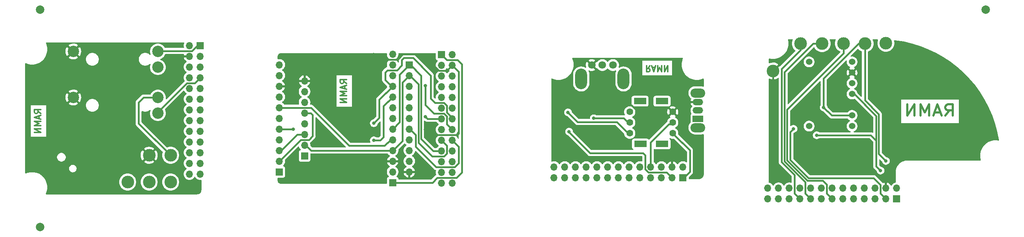
<source format=gbl>
G04 #@! TF.GenerationSoftware,KiCad,Pcbnew,7.0.9*
G04 #@! TF.CreationDate,2024-12-23T13:01:38-05:00*
G04 #@! TF.ProjectId,pods_panel,706f6473-5f70-4616-9e65-6c2e6b696361,rev?*
G04 #@! TF.SameCoordinates,Original*
G04 #@! TF.FileFunction,Copper,L2,Bot*
G04 #@! TF.FilePolarity,Positive*
%FSLAX46Y46*%
G04 Gerber Fmt 4.6, Leading zero omitted, Abs format (unit mm)*
G04 Created by KiCad (PCBNEW 7.0.9) date 2024-12-23 13:01:38*
%MOMM*%
%LPD*%
G01*
G04 APERTURE LIST*
%ADD10C,0.500000*%
G04 #@! TA.AperFunction,NonConductor*
%ADD11C,0.500000*%
G04 #@! TD*
%ADD12C,0.300000*%
G04 #@! TA.AperFunction,NonConductor*
%ADD13C,0.300000*%
G04 #@! TD*
G04 #@! TA.AperFunction,ComponentPad*
%ADD14C,3.000000*%
G04 #@! TD*
G04 #@! TA.AperFunction,ComponentPad*
%ADD15R,1.700000X1.700000*%
G04 #@! TD*
G04 #@! TA.AperFunction,ComponentPad*
%ADD16O,1.700000X1.700000*%
G04 #@! TD*
G04 #@! TA.AperFunction,ComponentPad*
%ADD17O,2.800000X4.900000*%
G04 #@! TD*
G04 #@! TA.AperFunction,ComponentPad*
%ADD18C,1.800000*%
G04 #@! TD*
G04 #@! TA.AperFunction,ComponentPad*
%ADD19R,3.000000X1.500000*%
G04 #@! TD*
G04 #@! TA.AperFunction,ComponentPad*
%ADD20C,1.600000*%
G04 #@! TD*
G04 #@! TA.AperFunction,ComponentPad*
%ADD21C,2.700000*%
G04 #@! TD*
G04 #@! TA.AperFunction,ComponentPad*
%ADD22O,3.500000X2.200000*%
G04 #@! TD*
G04 #@! TA.AperFunction,ComponentPad*
%ADD23R,2.500000X1.500000*%
G04 #@! TD*
G04 #@! TA.AperFunction,ComponentPad*
%ADD24O,2.500000X1.500000*%
G04 #@! TD*
G04 #@! TA.AperFunction,ComponentPad*
%ADD25C,1.524000*%
G04 #@! TD*
G04 #@! TA.AperFunction,SMDPad,CuDef*
%ADD26C,2.000000*%
G04 #@! TD*
G04 #@! TA.AperFunction,ViaPad*
%ADD27C,0.800000*%
G04 #@! TD*
G04 #@! TA.AperFunction,Conductor*
%ADD28C,0.400000*%
G04 #@! TD*
G04 APERTURE END LIST*
D10*
D11*
X250787800Y-47638481D02*
X251787800Y-46352767D01*
X252502086Y-47638481D02*
X252502086Y-44938481D01*
X252502086Y-44938481D02*
X251359229Y-44938481D01*
X251359229Y-44938481D02*
X251073514Y-45067052D01*
X251073514Y-45067052D02*
X250930657Y-45195624D01*
X250930657Y-45195624D02*
X250787800Y-45452767D01*
X250787800Y-45452767D02*
X250787800Y-45838481D01*
X250787800Y-45838481D02*
X250930657Y-46095624D01*
X250930657Y-46095624D02*
X251073514Y-46224195D01*
X251073514Y-46224195D02*
X251359229Y-46352767D01*
X251359229Y-46352767D02*
X252502086Y-46352767D01*
X249644943Y-46867052D02*
X248216372Y-46867052D01*
X249930657Y-47638481D02*
X248930657Y-44938481D01*
X248930657Y-44938481D02*
X247930657Y-47638481D01*
X246930657Y-47638481D02*
X246930657Y-44938481D01*
X246930657Y-44938481D02*
X245930657Y-46867052D01*
X245930657Y-46867052D02*
X244930657Y-44938481D01*
X244930657Y-44938481D02*
X244930657Y-47638481D01*
X243502086Y-47638481D02*
X243502086Y-44938481D01*
X243502086Y-44938481D02*
X241787800Y-47638481D01*
X241787800Y-47638481D02*
X241787800Y-44938481D01*
D12*
D13*
X36893384Y-47062604D02*
X36179098Y-46562604D01*
X36893384Y-46205461D02*
X35393384Y-46205461D01*
X35393384Y-46205461D02*
X35393384Y-46776890D01*
X35393384Y-46776890D02*
X35464813Y-46919747D01*
X35464813Y-46919747D02*
X35536241Y-46991176D01*
X35536241Y-46991176D02*
X35679098Y-47062604D01*
X35679098Y-47062604D02*
X35893384Y-47062604D01*
X35893384Y-47062604D02*
X36036241Y-46991176D01*
X36036241Y-46991176D02*
X36107670Y-46919747D01*
X36107670Y-46919747D02*
X36179098Y-46776890D01*
X36179098Y-46776890D02*
X36179098Y-46205461D01*
X36464813Y-47634033D02*
X36464813Y-48348319D01*
X36893384Y-47491176D02*
X35393384Y-47991176D01*
X35393384Y-47991176D02*
X36893384Y-48491176D01*
X36893384Y-48991175D02*
X35393384Y-48991175D01*
X35393384Y-48991175D02*
X36464813Y-49491175D01*
X36464813Y-49491175D02*
X35393384Y-49991175D01*
X35393384Y-49991175D02*
X36893384Y-49991175D01*
X36893384Y-50705461D02*
X35393384Y-50705461D01*
X35393384Y-50705461D02*
X36893384Y-51562604D01*
X36893384Y-51562604D02*
X35393384Y-51562604D01*
D12*
D13*
X180935566Y-35784966D02*
X180468899Y-36451633D01*
X180135566Y-35784966D02*
X180135566Y-37184966D01*
X180135566Y-37184966D02*
X180668899Y-37184966D01*
X180668899Y-37184966D02*
X180802233Y-37118299D01*
X180802233Y-37118299D02*
X180868899Y-37051633D01*
X180868899Y-37051633D02*
X180935566Y-36918299D01*
X180935566Y-36918299D02*
X180935566Y-36718299D01*
X180935566Y-36718299D02*
X180868899Y-36584966D01*
X180868899Y-36584966D02*
X180802233Y-36518299D01*
X180802233Y-36518299D02*
X180668899Y-36451633D01*
X180668899Y-36451633D02*
X180135566Y-36451633D01*
X181468899Y-36184966D02*
X182135566Y-36184966D01*
X181335566Y-35784966D02*
X181802233Y-37184966D01*
X181802233Y-37184966D02*
X182268899Y-35784966D01*
X182735566Y-35784966D02*
X182735566Y-37184966D01*
X182735566Y-37184966D02*
X183202233Y-36184966D01*
X183202233Y-36184966D02*
X183668899Y-37184966D01*
X183668899Y-37184966D02*
X183668899Y-35784966D01*
X184335566Y-35784966D02*
X184335566Y-37184966D01*
X184335566Y-37184966D02*
X185135566Y-35784966D01*
X185135566Y-35784966D02*
X185135566Y-37184966D01*
D12*
D13*
X109204139Y-39950604D02*
X108489853Y-39450604D01*
X109204139Y-39093461D02*
X107704139Y-39093461D01*
X107704139Y-39093461D02*
X107704139Y-39664890D01*
X107704139Y-39664890D02*
X107775568Y-39807747D01*
X107775568Y-39807747D02*
X107846996Y-39879176D01*
X107846996Y-39879176D02*
X107989853Y-39950604D01*
X107989853Y-39950604D02*
X108204139Y-39950604D01*
X108204139Y-39950604D02*
X108346996Y-39879176D01*
X108346996Y-39879176D02*
X108418425Y-39807747D01*
X108418425Y-39807747D02*
X108489853Y-39664890D01*
X108489853Y-39664890D02*
X108489853Y-39093461D01*
X108775568Y-40522033D02*
X108775568Y-41236319D01*
X109204139Y-40379176D02*
X107704139Y-40879176D01*
X107704139Y-40879176D02*
X109204139Y-41379176D01*
X109204139Y-41879175D02*
X107704139Y-41879175D01*
X107704139Y-41879175D02*
X108775568Y-42379175D01*
X108775568Y-42379175D02*
X107704139Y-42879175D01*
X107704139Y-42879175D02*
X109204139Y-42879175D01*
X109204139Y-43593461D02*
X107704139Y-43593461D01*
X107704139Y-43593461D02*
X109204139Y-44450604D01*
X109204139Y-44450604D02*
X107704139Y-44450604D01*
D14*
G04 #@! TO.P,KEY,1*
G04 #@! TO.N,Board_0-Key*
X231777944Y-30540410D03*
G04 #@! TD*
D15*
G04 #@! TO.P,J8,1*
G04 #@! TO.N,Board_0-/3V3_ECU*
X239270944Y-67370410D03*
D16*
G04 #@! TO.P,J8,2*
G04 #@! TO.N,Board_0-+5V*
X239270944Y-64830410D03*
G04 #@! TO.P,J8,3*
G04 #@! TO.N,Board_0-OE*
X236730944Y-67370410D03*
G04 #@! TO.P,J8,4*
G04 #@! TO.N,Board_0-GND*
X236730944Y-64830410D03*
G04 #@! TO.P,J8,5*
G04 #@! TO.N,Board_0-Net-(J8-Pad5)*
X234190944Y-67370410D03*
G04 #@! TO.P,J8,6*
G04 #@! TO.N,Board_0-Net-(J8-Pad6)*
X234190944Y-64830410D03*
G04 #@! TO.P,J8,7*
G04 #@! TO.N,Board_0-Key*
X231650944Y-67370410D03*
G04 #@! TO.P,J8,8*
G04 #@! TO.N,Board_0-Net-(J8-Pad8)*
X231650944Y-64830410D03*
G04 #@! TO.P,J8,9*
G04 #@! TO.N,Board_0-Net-(J8-Pad9)*
X229110944Y-67370410D03*
G04 #@! TO.P,J8,10*
G04 #@! TO.N,Board_0-Net-(J8-Pad10)*
X229110944Y-64830410D03*
G04 #@! TO.P,J8,11*
G04 #@! TO.N,Board_0-Net-(J8-Pad11)*
X226570944Y-67370410D03*
G04 #@! TO.P,J8,12*
G04 #@! TO.N,Board_0-Net-(J8-Pad12)*
X226570944Y-64830410D03*
G04 #@! TO.P,J8,13*
G04 #@! TO.N,Board_0-LE*
X224030944Y-67370410D03*
G04 #@! TO.P,J8,14*
G04 #@! TO.N,Board_0-Net-(J8-Pad14)*
X224030944Y-64830410D03*
G04 #@! TO.P,J8,15*
G04 #@! TO.N,Board_0-Net-(J8-Pad15)*
X221490944Y-67370410D03*
G04 #@! TO.P,J8,16*
G04 #@! TO.N,Board_0-Net-(J8-Pad16)*
X221490944Y-64830410D03*
G04 #@! TO.P,J8,17*
G04 #@! TO.N,Board_0-SCK*
X218950944Y-67370410D03*
G04 #@! TO.P,J8,18*
G04 #@! TO.N,Board_0-Net-(J8-Pad18)*
X218950944Y-64830410D03*
G04 #@! TO.P,J8,19*
G04 #@! TO.N,Board_0-MOSI*
X216410944Y-67370410D03*
G04 #@! TO.P,J8,20*
G04 #@! TO.N,Board_0-Net-(J8-Pad20)*
X216410944Y-64830410D03*
G04 #@! TO.P,J8,21*
G04 #@! TO.N,Board_0-Net-(J8-Pad21)*
X213870944Y-67370410D03*
G04 #@! TO.P,J8,22*
G04 #@! TO.N,Board_0-Net-(J8-Pad22)*
X213870944Y-64830410D03*
G04 #@! TO.P,J8,23*
G04 #@! TO.N,Board_0-Net-(J8-Pad23)*
X211330944Y-67370410D03*
G04 #@! TO.P,J8,24*
G04 #@! TO.N,Board_0-Net-(J8-Pad24)*
X211330944Y-64830410D03*
G04 #@! TO.P,J8,25*
G04 #@! TO.N,Board_0-Net-(J8-Pad25)*
X208790944Y-67370410D03*
G04 #@! TO.P,J8,26*
G04 #@! TO.N,Board_0-Net-(J8-Pad26)*
X208790944Y-64830410D03*
G04 #@! TD*
D15*
G04 #@! TO.P,J5,1*
G04 #@! TO.N,Board_1-Net-(J5-Pad1)*
X93285811Y-60949033D03*
D16*
G04 #@! TO.P,J5,2*
G04 #@! TO.N,Board_1-SD_CS*
X93285811Y-58409033D03*
G04 #@! TO.P,J5,3*
G04 #@! TO.N,Board_1-DC*
X93285811Y-55869033D03*
G04 #@! TO.P,J5,4*
G04 #@! TO.N,Board_1-Net-(J5-Pad4)*
X93285811Y-53329033D03*
G04 #@! TO.P,J5,5*
G04 #@! TO.N,Board_1-LCD_CS*
X93285811Y-50789033D03*
G04 #@! TO.P,J5,6*
G04 #@! TO.N,Board_1-MOSI*
X93285811Y-48249033D03*
G04 #@! TO.P,J5,7*
G04 #@! TO.N,Board_1-MISO*
X93285811Y-45709033D03*
G04 #@! TO.P,J5,8*
G04 #@! TO.N,Board_1-SCK*
X93285811Y-43169033D03*
G04 #@! TO.P,J5,9*
G04 #@! TO.N,Board_1-GND*
X93285811Y-40629033D03*
G04 #@! TO.P,J5,10*
G04 #@! TO.N,Board_1-Net-(J5-Pad10)*
X93285811Y-38089033D03*
G04 #@! TO.P,J5,11*
G04 #@! TO.N,Board_1-+5V*
X93285811Y-35549033D03*
G04 #@! TD*
D14*
G04 #@! TO.P,3V3,1*
G04 #@! TO.N,Board_2-/3V3_ECU*
X67584056Y-57012033D03*
G04 #@! TD*
D17*
G04 #@! TO.P,RV3,*
G04 #@! TO.N,*
X164681566Y-38907033D03*
X174681566Y-38907033D03*
D18*
G04 #@! TO.P,RV3,1*
G04 #@! TO.N,Board_3-/3V3_ECU*
X172181566Y-35607033D03*
G04 #@! TO.P,RV3,2*
G04 #@! TO.N,Board_3-Wheel*
X169681566Y-35607033D03*
G04 #@! TO.P,RV3,3*
G04 #@! TO.N,Board_3-GND*
X167181566Y-35607033D03*
G04 #@! TD*
D15*
G04 #@! TO.P,J1,1*
G04 #@! TO.N,Board_1-/3V3_ECU*
X131639811Y-33136033D03*
D16*
G04 #@! TO.P,J1,2*
G04 #@! TO.N,Board_1-+5V*
X134179811Y-33136033D03*
G04 #@! TO.P,J1,3*
G04 #@! TO.N,Board_1-Net-(J1-Pad3)*
X131639811Y-35676033D03*
G04 #@! TO.P,J1,4*
G04 #@! TO.N,Board_1-GND*
X134179811Y-35676033D03*
G04 #@! TO.P,J1,5*
G04 #@! TO.N,Board_1-Net-(J1-Pad5)*
X131639811Y-38216033D03*
G04 #@! TO.P,J1,6*
G04 #@! TO.N,Board_1-Net-(J1-Pad6)*
X134179811Y-38216033D03*
G04 #@! TO.P,J1,7*
G04 #@! TO.N,Board_1-Net-(J1-Pad7)*
X131639811Y-40756033D03*
G04 #@! TO.P,J1,8*
G04 #@! TO.N,Board_1-Net-(J1-Pad8)*
X134179811Y-40756033D03*
G04 #@! TO.P,J1,9*
G04 #@! TO.N,Board_1-Net-(J1-Pad9)*
X131639811Y-43296033D03*
G04 #@! TO.P,J1,10*
G04 #@! TO.N,Board_1-Net-(J1-Pad10)*
X134179811Y-43296033D03*
G04 #@! TO.P,J1,11*
G04 #@! TO.N,Board_1-Net-(J1-Pad11)*
X131639811Y-45836033D03*
G04 #@! TO.P,J1,12*
G04 #@! TO.N,Board_1-Net-(J1-Pad12)*
X134179811Y-45836033D03*
G04 #@! TO.P,J1,13*
G04 #@! TO.N,Board_1-LCD_CS*
X131639811Y-48376033D03*
G04 #@! TO.P,J1,14*
G04 #@! TO.N,Board_1-SD_CS*
X134179811Y-48376033D03*
G04 #@! TO.P,J1,15*
G04 #@! TO.N,Board_1-SRAM_CS*
X131639811Y-50916033D03*
G04 #@! TO.P,J1,16*
G04 #@! TO.N,Board_1-DC*
X134179811Y-50916033D03*
G04 #@! TO.P,J1,17*
G04 #@! TO.N,Board_1-SCK*
X131639811Y-53456033D03*
G04 #@! TO.P,J1,18*
G04 #@! TO.N,Board_1-MISO*
X134179811Y-53456033D03*
G04 #@! TO.P,J1,19*
G04 #@! TO.N,Board_1-MOSI*
X131639811Y-55996033D03*
G04 #@! TO.P,J1,20*
G04 #@! TO.N,Board_1-Net-(J1-Pad20)*
X134179811Y-55996033D03*
G04 #@! TO.P,J1,21*
G04 #@! TO.N,Board_1-Net-(J1-Pad21)*
X131639811Y-58536033D03*
G04 #@! TO.P,J1,22*
G04 #@! TO.N,Board_1-Net-(J1-Pad22)*
X134179811Y-58536033D03*
G04 #@! TO.P,J1,23*
G04 #@! TO.N,Board_1-Net-(J1-Pad23)*
X131639811Y-61076033D03*
G04 #@! TO.P,J1,24*
G04 #@! TO.N,Board_1-Net-(J1-Pad24)*
X134179811Y-61076033D03*
G04 #@! TO.P,J1,25*
G04 #@! TO.N,Board_1-Net-(J1-Pad25)*
X131639811Y-63616033D03*
G04 #@! TO.P,J1,26*
G04 #@! TO.N,Board_1-Net-(J1-Pad26)*
X134179811Y-63616033D03*
G04 #@! TD*
D14*
G04 #@! TO.P,BRAKE,1*
G04 #@! TO.N,Board_2-Brake*
X57424056Y-63362033D03*
G04 #@! TD*
D19*
G04 #@! TO.P,SW3,*
G04 #@! TO.N,*
X183778566Y-54324033D03*
X183778566Y-44164033D03*
X178698566Y-54324033D03*
X178588566Y-44164033D03*
D20*
G04 #@! TO.P,SW3,1*
G04 #@! TO.N,Board_3-/3V3_ECU*
X186318566Y-51784033D03*
G04 #@! TO.P,SW3,2*
G04 #@! TO.N,Board_3-Net-(R7-Pad2)*
X176158566Y-51784033D03*
G04 #@! TO.P,SW3,3*
G04 #@! TO.N,Board_3-Lamp*
X186318566Y-49244033D03*
G04 #@! TO.P,SW3,4*
G04 #@! TO.N,Board_3-Net-(R8-Pad2)*
X176158566Y-49244033D03*
G04 #@! TO.P,SW3,5*
G04 #@! TO.N,Board_3-GND*
X186318566Y-46704033D03*
G04 #@! TO.P,SW3,6*
G04 #@! TO.N,Board_3-Net-(R10-Pad1)*
X176158566Y-46704033D03*
G04 #@! TD*
D14*
G04 #@! TO.P,OE,1*
G04 #@! TO.N,Board_0-OE*
X236730944Y-30413410D03*
G04 #@! TD*
G04 #@! TO.P,ACCEL,1*
G04 #@! TO.N,Board_2-Accel*
X62504056Y-63362033D03*
G04 #@! TD*
G04 #@! TO.P,LE,1*
G04 #@! TO.N,Board_0-LE*
X226697944Y-30540410D03*
G04 #@! TD*
D15*
G04 #@! TO.P,J2,1*
G04 #@! TO.N,Board_1-MOSI*
X124019811Y-35549033D03*
D16*
G04 #@! TO.P,J2,2*
G04 #@! TO.N,Board_1-SCK*
X124019811Y-38089033D03*
G04 #@! TO.P,J2,3*
G04 #@! TO.N,Board_1-DC*
X124019811Y-40629033D03*
G04 #@! TO.P,J2,4*
G04 #@! TO.N,Board_1-Net-(J2-Pad4)*
X124019811Y-43169033D03*
G04 #@! TO.P,J2,5*
G04 #@! TO.N,Board_1-LCD_CS*
X124019811Y-45709033D03*
G04 #@! TO.P,J2,6*
G04 #@! TO.N,Board_1-SD_CS*
X124019811Y-48249033D03*
G04 #@! TO.P,J2,7*
G04 #@! TO.N,Board_1-MISO*
X124019811Y-50789033D03*
G04 #@! TO.P,J2,8*
G04 #@! TO.N,Board_1-Net-(J2-Pad8)*
X124019811Y-53329033D03*
G04 #@! TO.P,J2,9*
G04 #@! TO.N,Board_1-Net-(J2-Pad9)*
X124019811Y-55869033D03*
G04 #@! TO.P,J2,10*
G04 #@! TO.N,Board_1-+5V*
X124019811Y-58409033D03*
G04 #@! TO.P,J2,11*
G04 #@! TO.N,Board_1-GND*
X124019811Y-60949033D03*
G04 #@! TD*
D14*
G04 #@! TO.P,GND,1*
G04 #@! TO.N,Board_0-GND*
X210060944Y-37017410D03*
G04 #@! TD*
D21*
G04 #@! TO.P,RV2,1*
G04 #@! TO.N,Board_2-/3V3_ECU*
X64567056Y-32374033D03*
G04 #@! TO.P,RV2,2*
G04 #@! TO.N,Board_2-Brake*
X64567056Y-36124033D03*
G04 #@! TO.P,RV2,3*
G04 #@! TO.N,Board_2-GND*
X44567056Y-32374033D03*
G04 #@! TD*
G04 #@! TO.P,RV1,1*
G04 #@! TO.N,Board_2-/3V3_ECU*
X64567056Y-43296033D03*
G04 #@! TO.P,RV1,2*
G04 #@! TO.N,Board_2-Accel*
X64567056Y-47046033D03*
G04 #@! TO.P,RV1,3*
G04 #@! TO.N,Board_2-GND*
X44567056Y-43296033D03*
G04 #@! TD*
D14*
G04 #@! TO.P,MOSI,1*
G04 #@! TO.N,Board_0-MOSI*
X216537944Y-30540410D03*
G04 #@! TD*
G04 #@! TO.P,SCK,1*
G04 #@! TO.N,Board_0-SCK*
X221617944Y-30540410D03*
G04 #@! TD*
G04 #@! TO.P,GND,1*
G04 #@! TO.N,Board_2-GND*
X62504056Y-57012033D03*
G04 #@! TD*
D22*
G04 #@! TO.P,SW2,*
G04 #@! TO.N,*
X192287566Y-50455033D03*
X192287566Y-42255033D03*
D23*
G04 #@! TO.P,SW2,1*
G04 #@! TO.N,Board_3-Net-(SW2-Pad1)*
X192287566Y-48355033D03*
D24*
G04 #@! TO.P,SW2,2*
G04 #@! TO.N,Board_3-SW1*
X192287566Y-46355033D03*
G04 #@! TO.P,SW2,3*
G04 #@! TO.N,Board_3-GND*
X192287566Y-44355033D03*
G04 #@! TD*
D15*
G04 #@! TO.P,J3,1*
G04 #@! TO.N,Board_1-/3V3_ECU*
X120082811Y-63489033D03*
D16*
G04 #@! TO.P,J3,2*
G04 #@! TO.N,Board_1-Net-(J3-Pad2)*
X120082811Y-60949033D03*
G04 #@! TO.P,J3,3*
G04 #@! TO.N,Board_1-GND*
X120082811Y-58409033D03*
G04 #@! TO.P,J3,4*
G04 #@! TO.N,Board_1-SCK*
X120082811Y-55869033D03*
G04 #@! TO.P,J3,5*
G04 #@! TO.N,Board_1-MISO*
X120082811Y-53329033D03*
G04 #@! TO.P,J3,6*
G04 #@! TO.N,Board_1-MOSI*
X120082811Y-50789033D03*
G04 #@! TO.P,J3,7*
G04 #@! TO.N,Board_1-LCD_CS*
X120082811Y-48249033D03*
G04 #@! TO.P,J3,8*
G04 #@! TO.N,Board_1-DC*
X120082811Y-45709033D03*
G04 #@! TO.P,J3,9*
G04 #@! TO.N,Board_1-SRAM_CS*
X120082811Y-43169033D03*
G04 #@! TO.P,J3,10*
G04 #@! TO.N,Board_1-SD_CS*
X120082811Y-40629033D03*
G04 #@! TO.P,J3,11*
G04 #@! TO.N,Board_1-Net-(J3-Pad11)*
X120082811Y-38089033D03*
G04 #@! TO.P,J3,12*
G04 #@! TO.N,Board_1-Net-(J3-Pad12)*
X120082811Y-35549033D03*
G04 #@! TO.P,J3,13*
G04 #@! TO.N,Board_1-Net-(J3-Pad13)*
X120082811Y-33009033D03*
G04 #@! TD*
D15*
G04 #@! TO.P,J6,1*
G04 #@! TO.N,Board_2-/3V3_ECU*
X74569056Y-30977033D03*
D16*
G04 #@! TO.P,J6,2*
G04 #@! TO.N,Board_2-+5V*
X72029056Y-30977033D03*
G04 #@! TO.P,J6,3*
G04 #@! TO.N,Board_2-Brake*
X74569056Y-33517033D03*
G04 #@! TO.P,J6,4*
G04 #@! TO.N,Board_2-GND*
X72029056Y-33517033D03*
G04 #@! TO.P,J6,5*
G04 #@! TO.N,Board_2-Net-(J6-Pad5)*
X74569056Y-36057033D03*
G04 #@! TO.P,J6,6*
G04 #@! TO.N,Board_2-Net-(J6-Pad6)*
X72029056Y-36057033D03*
G04 #@! TO.P,J6,7*
G04 #@! TO.N,Board_2-Accel*
X74569056Y-38597033D03*
G04 #@! TO.P,J6,8*
G04 #@! TO.N,Board_2-JOYSTICK*
X72029056Y-38597033D03*
G04 #@! TO.P,J6,9*
G04 #@! TO.N,Board_2-Net-(J6-Pad9)*
X74569056Y-41137033D03*
G04 #@! TO.P,J6,10*
G04 #@! TO.N,Board_2-Net-(J6-Pad10)*
X72029056Y-41137033D03*
G04 #@! TO.P,J6,11*
G04 #@! TO.N,Board_2-Net-(J6-Pad11)*
X74569056Y-43677033D03*
G04 #@! TO.P,J6,12*
G04 #@! TO.N,Board_2-Net-(J6-Pad12)*
X72029056Y-43677033D03*
G04 #@! TO.P,J6,13*
G04 #@! TO.N,Board_2-Net-(J6-Pad13)*
X74569056Y-46217033D03*
G04 #@! TO.P,J6,14*
G04 #@! TO.N,Board_2-Net-(J6-Pad14)*
X72029056Y-46217033D03*
G04 #@! TO.P,J6,15*
G04 #@! TO.N,Board_2-Net-(J6-Pad15)*
X74569056Y-48757033D03*
G04 #@! TO.P,J6,16*
G04 #@! TO.N,Board_2-Net-(J6-Pad16)*
X72029056Y-48757033D03*
G04 #@! TO.P,J6,17*
G04 #@! TO.N,Board_2-Net-(J6-Pad17)*
X74569056Y-51297033D03*
G04 #@! TO.P,J6,18*
G04 #@! TO.N,Board_2-Net-(J6-Pad18)*
X72029056Y-51297033D03*
G04 #@! TO.P,J6,19*
G04 #@! TO.N,Board_2-Net-(J6-Pad19)*
X74569056Y-53837033D03*
G04 #@! TO.P,J6,20*
G04 #@! TO.N,Board_2-Net-(J6-Pad20)*
X72029056Y-53837033D03*
G04 #@! TO.P,J6,21*
G04 #@! TO.N,Board_2-Net-(J6-Pad21)*
X74569056Y-56377033D03*
G04 #@! TO.P,J6,22*
G04 #@! TO.N,Board_2-Net-(J6-Pad22)*
X72029056Y-56377033D03*
G04 #@! TO.P,J6,23*
G04 #@! TO.N,Board_2-Net-(J6-Pad23)*
X74569056Y-58917033D03*
G04 #@! TO.P,J6,24*
G04 #@! TO.N,Board_2-Net-(J6-Pad24)*
X72029056Y-58917033D03*
G04 #@! TO.P,J6,25*
G04 #@! TO.N,Board_2-Net-(J6-Pad25)*
X74569056Y-61457033D03*
G04 #@! TO.P,J6,26*
G04 #@! TO.N,Board_2-Net-(J6-Pad26)*
X72029056Y-61457033D03*
G04 #@! TD*
D14*
G04 #@! TO.P,SHIFT,1*
G04 #@! TO.N,Board_2-JOYSTICK*
X67584056Y-63362033D03*
G04 #@! TD*
D25*
G04 #@! TO.P,SW4,*
G04 #@! TO.N,*
X218569944Y-34858410D03*
X218569944Y-50098410D03*
X228729944Y-34858410D03*
X228729944Y-50098410D03*
G04 #@! TO.P,SW4,1*
G04 #@! TO.N,Board_0-GND*
X228729944Y-37398410D03*
G04 #@! TO.P,SW4,2*
G04 #@! TO.N,Board_0-Net-(R13-Pad1)*
X228729944Y-39938410D03*
G04 #@! TO.P,SW4,3*
G04 #@! TO.N,Board_0-/3V3_ECU*
X228729944Y-42478410D03*
G04 #@! TO.P,SW4,C1*
G04 #@! TO.N,Board_0-Key*
X228729944Y-47558410D03*
G04 #@! TD*
D15*
G04 #@! TO.P,J4,1*
G04 #@! TO.N,Board_1-MOSI*
X99254811Y-57139033D03*
D16*
G04 #@! TO.P,J4,2*
G04 #@! TO.N,Board_1-SCK*
X99254811Y-54599033D03*
G04 #@! TO.P,J4,3*
G04 #@! TO.N,Board_1-DC*
X99254811Y-52059033D03*
G04 #@! TO.P,J4,4*
G04 #@! TO.N,Board_1-Net-(J4-Pad4)*
X99254811Y-49519033D03*
G04 #@! TO.P,J4,5*
G04 #@! TO.N,Board_1-SD_CS*
X99254811Y-46979033D03*
G04 #@! TO.P,J4,6*
G04 #@! TO.N,Board_1-Net-(J4-Pad6)*
X99254811Y-44439033D03*
G04 #@! TO.P,J4,7*
G04 #@! TO.N,Board_1-+5V*
X99254811Y-41899033D03*
G04 #@! TO.P,J4,8*
G04 #@! TO.N,Board_1-GND*
X99254811Y-39359033D03*
G04 #@! TD*
D15*
G04 #@! TO.P,J7,1*
G04 #@! TO.N,Board_3-/3V3_ECU*
X188731566Y-62325033D03*
D16*
G04 #@! TO.P,J7,2*
G04 #@! TO.N,Board_3-+5V*
X188731566Y-59785033D03*
G04 #@! TO.P,J7,3*
G04 #@! TO.N,Board_3-Wheel*
X186191566Y-62325033D03*
G04 #@! TO.P,J7,4*
G04 #@! TO.N,Board_3-GND*
X186191566Y-59785033D03*
G04 #@! TO.P,J7,5*
G04 #@! TO.N,Board_3-Net-(J7-Pad5)*
X183651566Y-62325033D03*
G04 #@! TO.P,J7,6*
G04 #@! TO.N,Board_3-Net-(J7-Pad6)*
X183651566Y-59785033D03*
G04 #@! TO.P,J7,7*
G04 #@! TO.N,Board_3-SW1*
X181111566Y-62325033D03*
G04 #@! TO.P,J7,8*
G04 #@! TO.N,Board_3-Lamp*
X181111566Y-59785033D03*
G04 #@! TO.P,J7,9*
G04 #@! TO.N,Board_3-Net-(J7-Pad9)*
X178571566Y-62325033D03*
G04 #@! TO.P,J7,10*
G04 #@! TO.N,Board_3-Net-(J7-Pad10)*
X178571566Y-59785033D03*
G04 #@! TO.P,J7,11*
G04 #@! TO.N,Board_3-Net-(J7-Pad11)*
X176031566Y-62325033D03*
G04 #@! TO.P,J7,12*
G04 #@! TO.N,Board_3-Net-(J7-Pad12)*
X176031566Y-59785033D03*
G04 #@! TO.P,J7,13*
G04 #@! TO.N,Board_3-Net-(J7-Pad13)*
X173491566Y-62325033D03*
G04 #@! TO.P,J7,14*
G04 #@! TO.N,Board_3-Net-(J7-Pad14)*
X173491566Y-59785033D03*
G04 #@! TO.P,J7,15*
G04 #@! TO.N,Board_3-Net-(J7-Pad15)*
X170951566Y-62325033D03*
G04 #@! TO.P,J7,16*
G04 #@! TO.N,Board_3-Net-(J7-Pad16)*
X170951566Y-59785033D03*
G04 #@! TO.P,J7,17*
G04 #@! TO.N,Board_3-Net-(J7-Pad17)*
X168411566Y-62325033D03*
G04 #@! TO.P,J7,18*
G04 #@! TO.N,Board_3-Net-(J7-Pad18)*
X168411566Y-59785033D03*
G04 #@! TO.P,J7,19*
G04 #@! TO.N,Board_3-Net-(J7-Pad19)*
X165871566Y-62325033D03*
G04 #@! TO.P,J7,20*
G04 #@! TO.N,Board_3-Net-(J7-Pad20)*
X165871566Y-59785033D03*
G04 #@! TO.P,J7,21*
G04 #@! TO.N,Board_3-Net-(J7-Pad21)*
X163331566Y-62325033D03*
G04 #@! TO.P,J7,22*
G04 #@! TO.N,Board_3-Net-(J7-Pad22)*
X163331566Y-59785033D03*
G04 #@! TO.P,J7,23*
G04 #@! TO.N,Board_3-Net-(J7-Pad23)*
X160791566Y-62325033D03*
G04 #@! TO.P,J7,24*
G04 #@! TO.N,Board_3-Net-(J7-Pad24)*
X160791566Y-59785033D03*
G04 #@! TO.P,J7,25*
G04 #@! TO.N,Board_3-Net-(J7-Pad25)*
X158251566Y-62325033D03*
G04 #@! TO.P,J7,26*
G04 #@! TO.N,Board_3-Net-(J7-Pad26)*
X158251566Y-59785033D03*
G04 #@! TD*
D26*
G04 #@! TO.P,KiKit_FID_B_1,*
G04 #@! TO.N,*
X36694056Y-22500000D03*
G04 #@! TD*
G04 #@! TO.P,KiKit_FID_B_2,*
G04 #@! TO.N,*
X260305944Y-22500000D03*
G04 #@! TD*
G04 #@! TO.P,KiKit_FID_B_3,*
G04 #@! TO.N,*
X36694056Y-74055410D03*
G04 #@! TD*
D27*
G04 #@! TO.N,Board_0-/3V3_ECU*
X235460944Y-60639386D03*
X220347944Y-52257410D03*
G04 #@! TO.N,Board_0-GND*
X228602944Y-58099410D03*
X228602944Y-56829410D03*
X232412944Y-50479410D03*
X214632944Y-39049410D03*
X233936944Y-34731410D03*
X227332944Y-58099410D03*
X223776944Y-43875410D03*
X218442944Y-56829410D03*
X220982944Y-40319410D03*
X218442944Y-55559410D03*
X209679944Y-47431410D03*
X227332944Y-55559410D03*
X219712944Y-56829410D03*
X224284944Y-31937410D03*
X219712944Y-58099410D03*
X227332944Y-56829410D03*
X218442944Y-58099410D03*
X228602944Y-55559410D03*
X219712944Y-55559410D03*
G04 #@! TO.N,Board_0-Key*
X236730944Y-58353410D03*
X221998944Y-45653410D03*
G04 #@! TO.N,Board_0-OE*
X214886944Y-50733410D03*
G04 #@! TO.N,Board_1-DC*
X127829811Y-40502033D03*
G04 #@! TO.N,Board_1-GND*
X104207811Y-33898033D03*
X112335811Y-33898033D03*
X112335811Y-37962033D03*
X104207811Y-54599033D03*
X127829811Y-59806033D03*
X112335811Y-61330033D03*
X127829811Y-61584033D03*
X104207811Y-61330033D03*
X127829811Y-50916033D03*
X104207811Y-37962033D03*
G04 #@! TO.N,Board_1-LCD_CS*
X127829811Y-47868033D03*
X96587811Y-50789033D03*
G04 #@! TO.N,Board_1-SD_CS*
X115637811Y-49392033D03*
G04 #@! TO.N,Board_1-SRAM_CS*
X115637811Y-53456033D03*
G04 #@! TO.N,Board_2-GND*
X72029056Y-65394033D03*
X33929056Y-36692033D03*
X54503056Y-64886033D03*
X33929056Y-59552033D03*
X44343056Y-49900033D03*
X56535056Y-49900033D03*
X64409056Y-39740033D03*
X63647056Y-50154033D03*
G04 #@! TO.N,Board_3-GND*
X158759566Y-55213033D03*
X166252566Y-51403033D03*
X170316566Y-51403033D03*
X192287566Y-59785033D03*
X185175566Y-38449033D03*
X158759566Y-42386033D03*
X179968566Y-49752033D03*
X164474566Y-45932577D03*
X170697566Y-46196033D03*
G04 #@! TO.N,Board_3-Net-(R7-Pad2)*
X161553566Y-46831033D03*
G04 #@! TO.N,Board_3-Net-(R8-Pad2)*
X167649566Y-48228033D03*
G04 #@! TO.N,Board_3-Wheel*
X161807566Y-51403033D03*
G04 #@! TD*
D28*
G04 #@! TO.N,Board_0-/3V3_ECU*
X234444944Y-53527410D02*
X233174944Y-52257410D01*
X234444944Y-47685410D02*
X229237944Y-42478410D01*
X220913629Y-52257410D02*
X220347944Y-52257410D01*
X234444944Y-53527410D02*
X234444944Y-59623386D01*
X234444944Y-59623386D02*
X235460944Y-60639386D01*
X234444944Y-53527410D02*
X234444944Y-47685410D01*
X229237944Y-42478410D02*
X228729944Y-42478410D01*
X233174944Y-52257410D02*
X220913629Y-52257410D01*
G04 #@! TO.N,Board_0-GND*
X210060944Y-47431410D02*
X210060944Y-54797410D01*
X210060944Y-54797410D02*
X210822944Y-55559410D01*
X210060944Y-37017410D02*
X210060944Y-47431410D01*
G04 #@! TO.N,Board_0-Key*
X230253944Y-30540410D02*
X221998944Y-38795410D01*
X223903944Y-47558410D02*
X221998944Y-45653410D01*
X231777944Y-30540410D02*
X230253944Y-30540410D01*
X228729944Y-47558410D02*
X223903944Y-47558410D01*
X221998944Y-38795410D02*
X221998944Y-45653410D01*
X231777944Y-44002410D02*
X235044954Y-47269420D01*
X235044954Y-47269420D02*
X235044954Y-56667420D01*
X231777944Y-30540410D02*
X231777944Y-44002410D01*
X235044954Y-56667420D02*
X236730944Y-58353410D01*
G04 #@! TO.N,Board_0-LE*
X221836955Y-63017421D02*
X218194412Y-63017421D01*
X218194412Y-63017421D02*
X213362944Y-58185953D01*
X222760944Y-66100410D02*
X222760944Y-63941410D01*
X222760944Y-63941410D02*
X221836955Y-63017421D01*
X213362944Y-58185953D02*
X213362944Y-46161410D01*
X224030944Y-67370410D02*
X222760944Y-66100410D01*
X226697944Y-32826410D02*
X226697944Y-30540410D01*
X213362944Y-46161410D02*
X226697944Y-32826410D01*
G04 #@! TO.N,Board_0-MOSI*
X212092944Y-36509410D02*
X216537944Y-32064410D01*
X212092944Y-58613038D02*
X212092944Y-36509410D01*
X216410944Y-67370410D02*
X215140944Y-66100410D01*
X215140944Y-66100410D02*
X215140944Y-61661038D01*
X215140944Y-61661038D02*
X212092944Y-58613038D01*
X216537944Y-32064410D02*
X216537944Y-30540410D01*
G04 #@! TO.N,Board_0-OE*
X233809944Y-62417410D02*
X218442944Y-62417410D01*
X214124944Y-58099410D02*
X214124944Y-51495410D01*
X218442944Y-62417410D02*
X214124944Y-58099410D01*
X235460944Y-66100410D02*
X235460944Y-64068410D01*
X235460944Y-64068410D02*
X233809944Y-62417410D01*
X214124944Y-51495410D02*
X214886944Y-50733410D01*
X236730944Y-67370410D02*
X235460944Y-66100410D01*
G04 #@! TO.N,Board_0-SCK*
X219496624Y-30540410D02*
X221617944Y-30540410D01*
X212762933Y-37274101D02*
X219496624Y-30540410D01*
X217680944Y-66100410D02*
X217680944Y-63352496D01*
X212762933Y-58434485D02*
X212762933Y-37274101D01*
X218950944Y-67370410D02*
X217680944Y-66100410D01*
X217680944Y-63352496D02*
X212762933Y-58434485D01*
G04 #@! TO.N,Board_1-/3V3_ECU*
X131639811Y-33136033D02*
X132889812Y-34386034D01*
X136440411Y-61101433D02*
X135195811Y-62346033D01*
X130623811Y-62346033D02*
X129480811Y-63489033D01*
X135195811Y-62346033D02*
X130623811Y-62346033D01*
X129480811Y-63489033D02*
X120082811Y-63489033D01*
X136440411Y-35396633D02*
X136440411Y-61101433D01*
X132889812Y-34386034D02*
X135429812Y-34386034D01*
X135429812Y-34386034D02*
X136440411Y-35396633D01*
G04 #@! TO.N,Board_1-DC*
X129861811Y-47106033D02*
X127829811Y-45074033D01*
X99254811Y-52059033D02*
X97476811Y-52059033D01*
X93666811Y-55869033D02*
X93285811Y-55869033D01*
X132889812Y-49626034D02*
X132889812Y-47776032D01*
X134179811Y-50916033D02*
X132889812Y-49626034D01*
X127829811Y-45074033D02*
X127829811Y-40502033D01*
X132889812Y-47776032D02*
X132219813Y-47106033D01*
X132219813Y-47106033D02*
X129861811Y-47106033D01*
X97476811Y-52059033D02*
X93666811Y-55869033D01*
G04 #@! TO.N,Board_1-GND*
X129353811Y-52186033D02*
X135322811Y-52186033D01*
X116907811Y-34279033D02*
X121266269Y-34279033D01*
X131039810Y-36926034D02*
X132929810Y-36926034D01*
X135322811Y-52186033D02*
X135703811Y-51805033D01*
X115510811Y-32882033D02*
X116907811Y-34279033D01*
X129099811Y-33898033D02*
X129099811Y-34986035D01*
X122501279Y-33044023D02*
X128245801Y-33044023D01*
X135703811Y-37200033D02*
X134179811Y-35676033D01*
X129099811Y-34986035D02*
X131039810Y-36926034D01*
X121266269Y-34279033D02*
X122501279Y-33044023D01*
X128245801Y-33044023D02*
X129099811Y-33898033D01*
X135703811Y-51805033D02*
X135703811Y-37200033D01*
X127829811Y-50662033D02*
X129353811Y-52186033D01*
X132929810Y-36926034D02*
X134179811Y-35676033D01*
G04 #@! TO.N,Board_1-LCD_CS*
X131639811Y-48376033D02*
X128337811Y-48376033D01*
X128337811Y-48376033D02*
X127829811Y-47868033D01*
X93285811Y-50789033D02*
X96587811Y-50789033D01*
G04 #@! TO.N,Board_1-MISO*
X130369811Y-59806033D02*
X134759813Y-59806033D01*
X119574811Y-53329033D02*
X120082811Y-53329033D01*
X100778811Y-45709033D02*
X109795811Y-54726033D01*
X109795811Y-54726033D02*
X118177811Y-54726033D01*
X135678411Y-58887435D02*
X135678411Y-54954633D01*
X118177811Y-54726033D02*
X119574811Y-53329033D01*
X134759813Y-59806033D02*
X135678411Y-58887435D01*
X124019811Y-50662033D02*
X125543811Y-52186033D01*
X93285811Y-45709033D02*
X100778811Y-45709033D01*
X135678411Y-54954633D02*
X134179811Y-53456033D01*
X125543811Y-52186033D02*
X125543811Y-54980033D01*
X125543811Y-54980033D02*
X130369811Y-59806033D01*
G04 #@! TO.N,Board_1-MOSI*
X121733811Y-49138033D02*
X121733811Y-37835033D01*
X129671311Y-55996033D02*
X126813811Y-53138533D01*
X126813811Y-38089033D02*
X124146811Y-35422033D01*
X121733811Y-37835033D02*
X124019811Y-35549033D01*
X131639811Y-55996033D02*
X129671311Y-55996033D01*
X126813811Y-53138533D02*
X126813811Y-38089033D01*
X124146811Y-35422033D02*
X124019811Y-35422033D01*
X120082811Y-50789033D02*
X121733811Y-49138033D01*
G04 #@! TO.N,Board_1-SCK*
X120146311Y-55869033D02*
X122368811Y-53646533D01*
X124019811Y-37962033D02*
X123638811Y-37962033D01*
X132889812Y-56596034D02*
X132219813Y-57266033D01*
X100778811Y-55869033D02*
X99508811Y-54599033D01*
X99508811Y-54599033D02*
X99254811Y-54599033D01*
X132889812Y-54706034D02*
X132889812Y-56596034D01*
X126178811Y-40121033D02*
X124019811Y-37962033D01*
X120082811Y-55869033D02*
X120146311Y-55869033D01*
X129417311Y-57266033D02*
X126178811Y-54027533D01*
X132219813Y-57266033D02*
X129417311Y-57266033D01*
X122368811Y-39740033D02*
X124019811Y-38089033D01*
X122368811Y-53646533D02*
X122368811Y-39740033D01*
X131639811Y-53456033D02*
X132889812Y-54706034D01*
X120082811Y-55869033D02*
X100778811Y-55869033D01*
X126178811Y-54027533D02*
X126178811Y-40121033D01*
G04 #@! TO.N,Board_1-SD_CS*
X119828811Y-40629033D02*
X118304811Y-39105033D01*
X118812811Y-36819033D02*
X121098811Y-36819033D01*
X122241811Y-34406033D02*
X122749811Y-33898033D01*
X130115811Y-44566033D02*
X132219813Y-44566033D01*
X118304811Y-39105033D02*
X118304811Y-37327033D01*
X121098811Y-36819033D02*
X122241811Y-35676033D01*
X132929810Y-45276030D02*
X132929810Y-46872032D01*
X118304811Y-37327033D02*
X118812811Y-36819033D01*
X116907811Y-48122033D02*
X115637811Y-49392033D01*
X120082811Y-40629033D02*
X116907811Y-43804033D01*
X101159811Y-52440033D02*
X101159811Y-47423533D01*
X129099811Y-38089033D02*
X129099811Y-43550033D01*
X93285811Y-58409033D02*
X98365811Y-53329033D01*
X129099811Y-43550033D02*
X130115811Y-44566033D01*
X132929810Y-46872032D02*
X134179811Y-48122033D01*
X122749811Y-33898033D02*
X124908811Y-33898033D01*
X100715311Y-46979033D02*
X99254811Y-46979033D01*
X124908811Y-33898033D02*
X129099811Y-38089033D01*
X122241811Y-35676033D02*
X122241811Y-34406033D01*
X116907811Y-43804033D02*
X116907811Y-48122033D01*
X100270811Y-53329033D02*
X101159811Y-52440033D01*
X132219813Y-44566033D02*
X132929810Y-45276030D01*
X101159811Y-47423533D02*
X100715311Y-46979033D01*
X134179811Y-48122033D02*
X134179811Y-48376033D01*
X98365811Y-53329033D02*
X100270811Y-53329033D01*
X120082811Y-40629033D02*
X119828811Y-40629033D01*
G04 #@! TO.N,Board_1-SRAM_CS*
X117923811Y-45328033D02*
X117923811Y-52694033D01*
X120082811Y-43169033D02*
X117923811Y-45328033D01*
X117923811Y-52694033D02*
X117161811Y-53456033D01*
X117161811Y-53456033D02*
X115637811Y-53456033D01*
G04 #@! TO.N,Board_2-/3V3_ECU*
X65044056Y-32247033D02*
X64409056Y-32882033D01*
X73879058Y-30977033D02*
X72609058Y-32247033D01*
X72609058Y-32247033D02*
X65044056Y-32247033D01*
X74569056Y-30977033D02*
X73879058Y-30977033D01*
X60009055Y-49437032D02*
X67584056Y-57012033D01*
X64409056Y-43296033D02*
X61212054Y-43296033D01*
X61212054Y-43296033D02*
X60009055Y-44499032D01*
X60009055Y-44499032D02*
X60009055Y-49437032D01*
G04 #@! TO.N,Board_2-Accel*
X73299056Y-39867033D02*
X71449054Y-39867033D01*
X74569056Y-38597033D02*
X73299056Y-39867033D01*
X71449054Y-39867033D02*
X64409056Y-46907031D01*
X64409056Y-46907031D02*
X64409056Y-47046033D01*
G04 #@! TO.N,Board_3-/3V3_ECU*
X188731566Y-62325033D02*
X188985566Y-62325033D01*
X188985566Y-62325033D02*
X190382566Y-60928033D01*
X190382566Y-60928033D02*
X190382566Y-55848033D01*
X186699566Y-52165033D02*
X186318566Y-52165033D01*
X190382566Y-55848033D02*
X186699566Y-52165033D01*
G04 #@! TO.N,Board_3-GND*
X176564966Y-45180033D02*
X175650566Y-45180033D01*
X179968566Y-48738031D02*
X178266766Y-47036231D01*
X179968566Y-49752033D02*
X179968566Y-48738031D01*
X178266766Y-47036231D02*
X178266766Y-46881833D01*
X178266766Y-46881833D02*
X176564966Y-45180033D01*
X170697566Y-46196033D02*
X172475566Y-46196033D01*
X172475566Y-46196033D02*
X173466166Y-45205433D01*
G04 #@! TO.N,Board_3-Lamp*
X181111566Y-53943033D02*
X185429566Y-49625033D01*
X185429566Y-49625033D02*
X186318566Y-49625033D01*
X181111566Y-59785033D02*
X181111566Y-53943033D01*
G04 #@! TO.N,Board_3-Net-(R7-Pad2)*
X163839566Y-49117033D02*
X173110566Y-49117033D01*
X161553566Y-46831033D02*
X163839566Y-49117033D01*
X173110566Y-49117033D02*
X176158566Y-52165033D01*
G04 #@! TO.N,Board_3-Net-(R8-Pad2)*
X176158566Y-49625033D02*
X174761566Y-48228033D01*
X174761566Y-48228033D02*
X167649566Y-48228033D01*
G04 #@! TO.N,Board_3-Wheel*
X161807566Y-51403033D02*
X161807566Y-51530033D01*
X166760566Y-56483033D02*
X179333566Y-56483033D01*
X179841566Y-56991033D02*
X179841566Y-60293033D01*
X184921566Y-61055033D02*
X186191566Y-62325033D01*
X180603566Y-61055033D02*
X184921566Y-61055033D01*
X179333566Y-56483033D02*
X179841566Y-56991033D01*
X179841566Y-60293033D02*
X180603566Y-61055033D01*
X161807566Y-51530033D02*
X166760566Y-56483033D01*
G04 #@! TD*
G04 #@! TA.AperFunction,Conductor*
G04 #@! TO.N,Board_1-GND*
G36*
X134846454Y-52115476D02*
G01*
X134881494Y-52080436D01*
X135045482Y-51970863D01*
X135234640Y-51781705D01*
X135383254Y-51559289D01*
X135488078Y-51306220D01*
X135515608Y-51265019D01*
X135556810Y-51237488D01*
X135605411Y-51227821D01*
X135654012Y-51237488D01*
X135695213Y-51265018D01*
X135722744Y-51306220D01*
X135732411Y-51354821D01*
X135732411Y-53017245D01*
X135722744Y-53065846D01*
X135695214Y-53107048D01*
X135654012Y-53134578D01*
X135605411Y-53144245D01*
X135556810Y-53134578D01*
X135515608Y-53107048D01*
X135488078Y-53065846D01*
X135383254Y-52812778D01*
X135234640Y-52590362D01*
X135045482Y-52401204D01*
X134881494Y-52291630D01*
X134846454Y-52256590D01*
X134827491Y-52210809D01*
X134827491Y-52161257D01*
X134846454Y-52115476D01*
G37*
G04 #@! TD.AperFunction*
G04 #@! TA.AperFunction,Conductor*
G36*
X133915478Y-35500432D02*
G01*
X133943008Y-35459230D01*
X133954997Y-35451220D01*
X133963008Y-35439230D01*
X134004210Y-35411700D01*
X134052811Y-35402033D01*
X134306811Y-35402033D01*
X134355412Y-35411700D01*
X134396614Y-35439230D01*
X134404624Y-35451220D01*
X134416614Y-35459230D01*
X134444144Y-35500432D01*
X134453811Y-35549033D01*
X134453811Y-35803033D01*
X134444144Y-35851634D01*
X134416614Y-35892836D01*
X134404624Y-35900847D01*
X134396614Y-35912836D01*
X134355412Y-35940366D01*
X134306811Y-35950033D01*
X134052811Y-35950033D01*
X134004210Y-35940366D01*
X133963008Y-35912836D01*
X133954997Y-35900847D01*
X133943008Y-35892836D01*
X133915478Y-35851634D01*
X133905811Y-35803033D01*
X133905811Y-35549033D01*
X133915478Y-35500432D01*
G37*
G04 #@! TD.AperFunction*
G04 #@! TA.AperFunction,Conductor*
G36*
X132306454Y-36875476D02*
G01*
X132341494Y-36840436D01*
X132505482Y-36730863D01*
X132694640Y-36541705D01*
X132805314Y-36376070D01*
X132840354Y-36341030D01*
X132886135Y-36322067D01*
X132935688Y-36322067D01*
X132981468Y-36341030D01*
X133012712Y-36370695D01*
X133176546Y-36590346D01*
X133374194Y-36768502D01*
X133480338Y-36831728D01*
X133517145Y-36864906D01*
X133538454Y-36909643D01*
X133541021Y-36959129D01*
X133524455Y-37005831D01*
X133491277Y-37042638D01*
X133485903Y-37046434D01*
X133314140Y-37161203D01*
X133124981Y-37350362D01*
X133015408Y-37514350D01*
X132980368Y-37549390D01*
X132934587Y-37568353D01*
X132885035Y-37568353D01*
X132839254Y-37549390D01*
X132804214Y-37514350D01*
X132694640Y-37350362D01*
X132505482Y-37161204D01*
X132341494Y-37051630D01*
X132306454Y-37016590D01*
X132287491Y-36970809D01*
X132287491Y-36921257D01*
X132306454Y-36875476D01*
G37*
G04 #@! TD.AperFunction*
G04 #@! TA.AperFunction,Conductor*
G36*
X127531478Y-48838706D02*
G01*
X127559008Y-48797504D01*
X127600210Y-48769974D01*
X127648811Y-48760307D01*
X127673588Y-48762747D01*
X127697814Y-48767566D01*
X127743595Y-48786530D01*
X127762840Y-48802323D01*
X127810377Y-48849861D01*
X127814565Y-48854481D01*
X127834757Y-48879087D01*
X127942562Y-48967561D01*
X128065564Y-49033307D01*
X128199019Y-49073790D01*
X128337810Y-49087459D01*
X128369493Y-49084338D01*
X128375721Y-49084032D01*
X130411746Y-49084033D01*
X130460347Y-49093700D01*
X130501549Y-49121230D01*
X130517343Y-49140476D01*
X130584981Y-49241705D01*
X130774139Y-49430863D01*
X130938128Y-49540436D01*
X130973168Y-49575476D01*
X130992131Y-49621257D01*
X130992131Y-49670809D01*
X130973168Y-49716590D01*
X130938128Y-49751630D01*
X130774139Y-49861204D01*
X130584981Y-50050362D01*
X130436367Y-50272778D01*
X130333998Y-50519920D01*
X130281811Y-50782283D01*
X130281811Y-51049783D01*
X130333998Y-51312147D01*
X130436367Y-51559289D01*
X130584981Y-51781705D01*
X130774139Y-51970863D01*
X130938128Y-52080436D01*
X130973168Y-52115476D01*
X130992131Y-52161257D01*
X130992131Y-52210809D01*
X130973168Y-52256590D01*
X130938128Y-52291630D01*
X130774139Y-52401204D01*
X130584981Y-52590362D01*
X130436367Y-52812778D01*
X130333998Y-53059920D01*
X130281811Y-53322283D01*
X130281811Y-53589783D01*
X130333998Y-53852147D01*
X130436367Y-54099289D01*
X130584981Y-54321705D01*
X130774139Y-54510863D01*
X130938128Y-54620436D01*
X130973168Y-54655476D01*
X130992131Y-54701257D01*
X130992131Y-54750809D01*
X130973168Y-54796590D01*
X130938128Y-54831630D01*
X130774139Y-54941204D01*
X130584981Y-55130362D01*
X130517343Y-55231590D01*
X130482303Y-55266630D01*
X130436523Y-55285593D01*
X130411746Y-55288033D01*
X130017178Y-55288033D01*
X129968577Y-55278366D01*
X129927375Y-55250836D01*
X127559008Y-52882468D01*
X127531478Y-52841266D01*
X127521811Y-52792665D01*
X127521811Y-48887307D01*
X127531478Y-48838706D01*
G37*
G04 #@! TD.AperFunction*
G04 #@! TA.AperFunction,Conductor*
G36*
X120749454Y-34208476D02*
G01*
X120784494Y-34173436D01*
X120948482Y-34063863D01*
X121137640Y-33874705D01*
X121286254Y-33652289D01*
X121388623Y-33405147D01*
X121440811Y-33142783D01*
X121440811Y-32917032D01*
X121450478Y-32868431D01*
X121478008Y-32827229D01*
X121519210Y-32799699D01*
X121567811Y-32790032D01*
X130151739Y-32790032D01*
X130200340Y-32799699D01*
X130241542Y-32827229D01*
X130269072Y-32868431D01*
X130278739Y-32917032D01*
X130278739Y-33979789D01*
X130289162Y-34085624D01*
X130318207Y-34181374D01*
X130365382Y-34269631D01*
X130428862Y-34346982D01*
X130506213Y-34410462D01*
X130594470Y-34457637D01*
X130655057Y-34476015D01*
X130698759Y-34499374D01*
X130730195Y-34537679D01*
X130744579Y-34585098D01*
X130739722Y-34634412D01*
X130716363Y-34678114D01*
X130707994Y-34687349D01*
X130584981Y-34810362D01*
X130436367Y-35032778D01*
X130333998Y-35279920D01*
X130281811Y-35542283D01*
X130281811Y-35809783D01*
X130333998Y-36072147D01*
X130436367Y-36319289D01*
X130584981Y-36541705D01*
X130774139Y-36730863D01*
X130938128Y-36840436D01*
X130973168Y-36875476D01*
X130992131Y-36921257D01*
X130992131Y-36970809D01*
X130973168Y-37016590D01*
X130938128Y-37051630D01*
X130774139Y-37161204D01*
X130584981Y-37350362D01*
X130436367Y-37572778D01*
X130333998Y-37819920D01*
X130281811Y-38082283D01*
X130281811Y-38349783D01*
X130333998Y-38612147D01*
X130436367Y-38859289D01*
X130584981Y-39081705D01*
X130774139Y-39270863D01*
X130938128Y-39380436D01*
X130973168Y-39415476D01*
X130992131Y-39461257D01*
X130992131Y-39510809D01*
X130973168Y-39556590D01*
X130938128Y-39591630D01*
X130774139Y-39701204D01*
X130584981Y-39890362D01*
X130436367Y-40112778D01*
X130333998Y-40359920D01*
X130281811Y-40622283D01*
X130281811Y-40889783D01*
X130333998Y-41152147D01*
X130436367Y-41399289D01*
X130584981Y-41621705D01*
X130774139Y-41810863D01*
X130938128Y-41920436D01*
X130973168Y-41955476D01*
X130992131Y-42001257D01*
X130992131Y-42050809D01*
X130973168Y-42096590D01*
X130938128Y-42131630D01*
X130774139Y-42241204D01*
X130584981Y-42430362D01*
X130436367Y-42652778D01*
X130333998Y-42899920D01*
X130281811Y-43162283D01*
X130281811Y-43424165D01*
X130272144Y-43472766D01*
X130244614Y-43513968D01*
X130203412Y-43541498D01*
X130154811Y-43551165D01*
X130106210Y-43541498D01*
X130065008Y-43513968D01*
X129845008Y-43293968D01*
X129817478Y-43252766D01*
X129807811Y-43204165D01*
X129807811Y-38126933D01*
X129808117Y-38120705D01*
X129811236Y-38089033D01*
X129797567Y-37950241D01*
X129757084Y-37816786D01*
X129691337Y-37693784D01*
X129602865Y-37585980D01*
X129578254Y-37565782D01*
X129573634Y-37561594D01*
X125436245Y-33424204D01*
X125432057Y-33419584D01*
X125411864Y-33394979D01*
X125304060Y-33306507D01*
X125181058Y-33240760D01*
X125047603Y-33200277D01*
X124908812Y-33186608D01*
X124877138Y-33189727D01*
X124870911Y-33190033D01*
X122787700Y-33190033D01*
X122781472Y-33189727D01*
X122749813Y-33186609D01*
X122611013Y-33200279D01*
X122477563Y-33240760D01*
X122354561Y-33306507D01*
X122246759Y-33394977D01*
X122226561Y-33419589D01*
X122222373Y-33424209D01*
X121767988Y-33878594D01*
X121763368Y-33882782D01*
X121738756Y-33902980D01*
X121650284Y-34010784D01*
X121584537Y-34133786D01*
X121544054Y-34267241D01*
X121530385Y-34406033D01*
X121533505Y-34437705D01*
X121533811Y-34443933D01*
X121533811Y-34864960D01*
X121524144Y-34913561D01*
X121496614Y-34954763D01*
X121455412Y-34982293D01*
X121406811Y-34991960D01*
X121358210Y-34982293D01*
X121317008Y-34954763D01*
X121289478Y-34913561D01*
X121289478Y-34913560D01*
X121286255Y-34905780D01*
X121137640Y-34683362D01*
X120948482Y-34494204D01*
X120784494Y-34384630D01*
X120749454Y-34349590D01*
X120730491Y-34303809D01*
X120730491Y-34254257D01*
X120749454Y-34208476D01*
G37*
G04 #@! TD.AperFunction*
G04 #@! TA.AperFunction,Conductor*
G36*
X92898478Y-62388504D02*
G01*
X92926008Y-62347302D01*
X92967210Y-62319772D01*
X93015811Y-62310105D01*
X94129566Y-62310105D01*
X94235401Y-62299682D01*
X94331151Y-62270637D01*
X94419408Y-62223462D01*
X94496759Y-62159982D01*
X94560239Y-62082631D01*
X94607414Y-61994374D01*
X94636459Y-61898624D01*
X94646883Y-61792789D01*
X94646883Y-60105277D01*
X94636459Y-59999443D01*
X94607414Y-59903693D01*
X94560239Y-59815436D01*
X94496759Y-59738085D01*
X94419408Y-59674605D01*
X94331151Y-59627430D01*
X94270565Y-59609051D01*
X94226863Y-59585692D01*
X94195427Y-59547387D01*
X94181043Y-59499968D01*
X94185900Y-59450654D01*
X94209259Y-59406952D01*
X94217628Y-59397717D01*
X94340640Y-59274705D01*
X94489254Y-59052289D01*
X94591623Y-58805147D01*
X94643811Y-58542783D01*
X94643811Y-58275283D01*
X94620058Y-58155870D01*
X94620058Y-58106317D01*
X94639021Y-58060536D01*
X94654815Y-58041290D01*
X97741950Y-54954156D01*
X97783152Y-54926626D01*
X97831753Y-54916959D01*
X97880354Y-54926626D01*
X97921556Y-54954156D01*
X97949086Y-54995358D01*
X98051367Y-55242289D01*
X98199981Y-55464705D01*
X98322994Y-55587717D01*
X98350524Y-55628919D01*
X98360191Y-55677520D01*
X98350524Y-55726121D01*
X98322994Y-55767323D01*
X98281792Y-55794853D01*
X98270057Y-55799051D01*
X98209470Y-55817430D01*
X98121213Y-55864605D01*
X98043862Y-55928085D01*
X97980382Y-56005436D01*
X97933207Y-56093693D01*
X97904162Y-56189443D01*
X97893739Y-56295277D01*
X97893739Y-57982789D01*
X97904162Y-58088624D01*
X97933207Y-58184374D01*
X97980382Y-58272631D01*
X98043862Y-58349982D01*
X98121213Y-58413462D01*
X98209470Y-58460637D01*
X98305220Y-58489682D01*
X98411055Y-58500105D01*
X100098566Y-58500105D01*
X100204401Y-58489682D01*
X100300151Y-58460637D01*
X100388408Y-58413462D01*
X100465759Y-58349982D01*
X100529239Y-58272631D01*
X100576414Y-58184374D01*
X100605459Y-58088624D01*
X100615883Y-57982789D01*
X100615883Y-56704534D01*
X100625550Y-56655933D01*
X100653080Y-56614731D01*
X100694282Y-56587201D01*
X100742883Y-56577534D01*
X100755333Y-56578146D01*
X100778811Y-56580459D01*
X100810494Y-56577338D01*
X100816722Y-56577032D01*
X118854746Y-56577033D01*
X118903347Y-56586700D01*
X118944549Y-56614230D01*
X118960343Y-56633476D01*
X119027981Y-56734705D01*
X119217140Y-56923864D01*
X119388903Y-57038632D01*
X119423942Y-57073671D01*
X119442905Y-57119452D01*
X119442905Y-57169005D01*
X119423941Y-57214786D01*
X119388902Y-57249825D01*
X119383338Y-57253338D01*
X119277194Y-57316565D01*
X119079543Y-57494724D01*
X118920450Y-57708017D01*
X118804746Y-57950934D01*
X118778021Y-58039043D01*
X118839234Y-58155033D01*
X119891745Y-58155033D01*
X119907210Y-58144700D01*
X119955811Y-58135033D01*
X120209811Y-58135033D01*
X120258412Y-58144700D01*
X120273876Y-58155033D01*
X121326387Y-58155033D01*
X121387600Y-58039043D01*
X121360875Y-57950934D01*
X121245171Y-57708017D01*
X121086078Y-57494724D01*
X120888427Y-57316565D01*
X120782284Y-57253338D01*
X120745477Y-57220160D01*
X120724168Y-57175423D01*
X120721601Y-57125937D01*
X120738167Y-57079235D01*
X120771345Y-57042428D01*
X120776719Y-57038632D01*
X120948481Y-56923864D01*
X121137640Y-56734705D01*
X121286254Y-56512289D01*
X121388623Y-56265147D01*
X121440811Y-56002783D01*
X121440811Y-55735282D01*
X121427594Y-55668834D01*
X121427594Y-55619281D01*
X121446558Y-55573500D01*
X121462351Y-55554255D01*
X122803639Y-54212968D01*
X122844841Y-54185438D01*
X122893442Y-54175771D01*
X122942043Y-54185438D01*
X122983245Y-54212968D01*
X123154139Y-54383863D01*
X123318128Y-54493436D01*
X123353168Y-54528476D01*
X123372131Y-54574257D01*
X123372131Y-54623809D01*
X123353168Y-54669590D01*
X123318128Y-54704630D01*
X123154139Y-54814204D01*
X122964981Y-55003362D01*
X122816367Y-55225778D01*
X122713998Y-55472920D01*
X122661811Y-55735283D01*
X122661811Y-56002783D01*
X122713998Y-56265147D01*
X122816367Y-56512289D01*
X122964981Y-56734705D01*
X123154139Y-56923863D01*
X123318128Y-57033436D01*
X123353168Y-57068476D01*
X123372131Y-57114257D01*
X123372131Y-57163809D01*
X123353168Y-57209590D01*
X123318128Y-57244630D01*
X123154139Y-57354204D01*
X122964981Y-57543362D01*
X122816367Y-57765778D01*
X122713998Y-58012920D01*
X122661811Y-58275283D01*
X122661811Y-58542783D01*
X122713998Y-58805147D01*
X122816367Y-59052289D01*
X122964981Y-59274705D01*
X123154140Y-59463864D01*
X123325903Y-59578632D01*
X123360942Y-59613671D01*
X123379905Y-59659452D01*
X123379905Y-59709005D01*
X123360941Y-59754786D01*
X123325902Y-59789825D01*
X123320338Y-59793338D01*
X123214194Y-59856565D01*
X123016543Y-60034724D01*
X122857450Y-60248017D01*
X122741746Y-60490934D01*
X122715021Y-60579043D01*
X122776234Y-60695033D01*
X123828745Y-60695033D01*
X123844210Y-60684700D01*
X123892811Y-60675033D01*
X124146811Y-60675033D01*
X124195412Y-60684700D01*
X124210876Y-60695033D01*
X125263387Y-60695033D01*
X125324600Y-60579043D01*
X125297875Y-60490934D01*
X125182171Y-60248017D01*
X125023078Y-60034724D01*
X124825427Y-59856565D01*
X124719284Y-59793338D01*
X124682477Y-59760160D01*
X124661168Y-59715423D01*
X124658601Y-59665937D01*
X124675167Y-59619235D01*
X124708345Y-59582428D01*
X124713719Y-59578632D01*
X124885481Y-59463864D01*
X125074640Y-59274705D01*
X125223254Y-59052289D01*
X125325623Y-58805147D01*
X125377811Y-58542783D01*
X125377811Y-58275283D01*
X125325623Y-58012920D01*
X125223254Y-57765778D01*
X125074640Y-57543362D01*
X124885482Y-57354204D01*
X124721494Y-57244630D01*
X124686454Y-57209590D01*
X124667491Y-57163809D01*
X124667491Y-57114257D01*
X124686454Y-57068476D01*
X124721494Y-57033436D01*
X124885482Y-56923863D01*
X125074640Y-56734705D01*
X125223254Y-56512289D01*
X125325623Y-56265146D01*
X125362563Y-56079438D01*
X125381526Y-56033657D01*
X125416566Y-55998617D01*
X125462346Y-55979654D01*
X125511899Y-55979654D01*
X125557680Y-55998617D01*
X125576926Y-56014411D01*
X129842372Y-60279856D01*
X129846560Y-60284476D01*
X129866757Y-60309087D01*
X129974563Y-60397561D01*
X130097564Y-60463307D01*
X130242989Y-60507420D01*
X130242910Y-60507678D01*
X130277057Y-60518034D01*
X130315364Y-60549469D01*
X130338725Y-60593169D01*
X130343584Y-60642484D01*
X130334528Y-60678642D01*
X130333998Y-60679920D01*
X130281811Y-60942283D01*
X130281811Y-61209783D01*
X130333999Y-61472149D01*
X130366593Y-61550838D01*
X130376260Y-61599439D01*
X130366592Y-61648039D01*
X130339062Y-61689241D01*
X130309128Y-61711442D01*
X130228561Y-61754506D01*
X130120756Y-61842980D01*
X130100563Y-61867585D01*
X130096376Y-61872205D01*
X129224747Y-62743836D01*
X129183545Y-62771366D01*
X129134944Y-62781033D01*
X124386568Y-62781033D01*
X124386568Y-62252261D01*
X124596816Y-62177680D01*
X124825424Y-62041505D01*
X125023078Y-61863343D01*
X125182171Y-61650050D01*
X125297875Y-61407133D01*
X125324600Y-61319024D01*
X125263387Y-61203033D01*
X124273811Y-61203033D01*
X124273811Y-62193076D01*
X124386568Y-62252261D01*
X124386568Y-62781033D01*
X123653053Y-62781033D01*
X123653053Y-62252261D01*
X123765811Y-62193076D01*
X123765811Y-61203033D01*
X122776234Y-61203033D01*
X122715021Y-61319024D01*
X122741746Y-61407133D01*
X122857450Y-61650050D01*
X123016543Y-61863343D01*
X123214197Y-62041505D01*
X123442805Y-62177680D01*
X123653053Y-62252261D01*
X123653053Y-62781033D01*
X121570883Y-62781033D01*
X121522282Y-62771366D01*
X121481080Y-62743836D01*
X121453550Y-62702634D01*
X121443883Y-62654033D01*
X121443883Y-62645277D01*
X121433459Y-62539443D01*
X121404414Y-62443693D01*
X121357239Y-62355436D01*
X121293759Y-62278085D01*
X121216408Y-62214605D01*
X121128151Y-62167430D01*
X121067565Y-62149051D01*
X121023863Y-62125692D01*
X120992427Y-62087387D01*
X120978043Y-62039968D01*
X120982900Y-61990654D01*
X121006259Y-61946952D01*
X121014628Y-61937717D01*
X121137640Y-61814705D01*
X121286254Y-61592289D01*
X121388623Y-61345147D01*
X121440811Y-61082783D01*
X121440811Y-60815283D01*
X121388623Y-60552920D01*
X121286254Y-60305778D01*
X121137640Y-60083362D01*
X120948481Y-59894203D01*
X120776719Y-59779434D01*
X120741680Y-59744395D01*
X120722717Y-59698614D01*
X120722717Y-59649061D01*
X120741681Y-59603280D01*
X120776720Y-59568241D01*
X120782284Y-59564728D01*
X120888427Y-59501502D01*
X121086078Y-59323343D01*
X121245171Y-59110050D01*
X121360875Y-58867133D01*
X121387600Y-58779024D01*
X121326387Y-58663033D01*
X120273876Y-58663033D01*
X120258412Y-58673366D01*
X120209811Y-58683033D01*
X119955811Y-58683033D01*
X119907210Y-58673366D01*
X119891745Y-58663033D01*
X118839234Y-58663033D01*
X118778021Y-58779024D01*
X118804746Y-58867133D01*
X118920450Y-59110050D01*
X119079543Y-59323343D01*
X119277194Y-59501502D01*
X119383338Y-59564728D01*
X119420145Y-59597906D01*
X119441454Y-59642643D01*
X119444021Y-59692129D01*
X119427455Y-59738831D01*
X119394277Y-59775638D01*
X119388903Y-59779434D01*
X119217140Y-59894203D01*
X119027981Y-60083362D01*
X118879367Y-60305778D01*
X118776998Y-60552920D01*
X118724811Y-60815283D01*
X118724811Y-61082783D01*
X118776998Y-61345147D01*
X118879367Y-61592289D01*
X119027981Y-61814705D01*
X119150994Y-61937717D01*
X119178524Y-61978919D01*
X119188191Y-62027520D01*
X119178524Y-62076121D01*
X119150994Y-62117323D01*
X119109792Y-62144853D01*
X119098057Y-62149051D01*
X119037470Y-62167430D01*
X118949213Y-62214605D01*
X118871862Y-62278085D01*
X118808382Y-62355436D01*
X118761207Y-62443693D01*
X118732162Y-62539443D01*
X118721739Y-62645277D01*
X118721739Y-63632033D01*
X118712072Y-63680634D01*
X118684542Y-63721836D01*
X118643340Y-63749366D01*
X118594739Y-63759033D01*
X93692672Y-63759033D01*
X93686472Y-63758730D01*
X93488403Y-63739309D01*
X93464088Y-63734494D01*
X93353447Y-63701089D01*
X93330533Y-63691645D01*
X93228492Y-63637390D01*
X93207846Y-63623673D01*
X93118287Y-63550630D01*
X93100700Y-63533165D01*
X93027035Y-63444120D01*
X93013174Y-63423570D01*
X92958205Y-63321905D01*
X92948601Y-63299057D01*
X92914426Y-63188657D01*
X92909442Y-63164377D01*
X92889159Y-62971405D01*
X92888811Y-62964763D01*
X92888811Y-62437105D01*
X92898478Y-62388504D01*
G37*
G04 #@! TD.AperFunction*
G04 #@! TA.AperFunction,Conductor*
G36*
X92889114Y-33587694D02*
G01*
X92908535Y-33389625D01*
X92913350Y-33365310D01*
X92946755Y-33254669D01*
X92956199Y-33231755D01*
X93010454Y-33129714D01*
X93024171Y-33109068D01*
X93097214Y-33019509D01*
X93114679Y-33001922D01*
X93203724Y-32928257D01*
X93224274Y-32914396D01*
X93325939Y-32859427D01*
X93348787Y-32849823D01*
X93459187Y-32815648D01*
X93483467Y-32810664D01*
X93676439Y-32790381D01*
X93683081Y-32790033D01*
X118597811Y-32790032D01*
X118646412Y-32799699D01*
X118687614Y-32827229D01*
X118715144Y-32868431D01*
X118724811Y-32917032D01*
X118724811Y-33142783D01*
X118776998Y-33405147D01*
X118879367Y-33652289D01*
X119027981Y-33874705D01*
X119217139Y-34063863D01*
X119381128Y-34173436D01*
X119416168Y-34208476D01*
X119435131Y-34254257D01*
X119435131Y-34303809D01*
X119416168Y-34349590D01*
X119381128Y-34384630D01*
X119217139Y-34494204D01*
X119027981Y-34683362D01*
X118879367Y-34905778D01*
X118776998Y-35152920D01*
X118724811Y-35415283D01*
X118724811Y-35682783D01*
X118776999Y-35945149D01*
X118777526Y-35946420D01*
X118787195Y-35995021D01*
X118777529Y-36043622D01*
X118750000Y-36084824D01*
X118708799Y-36112355D01*
X118677961Y-36120081D01*
X118540563Y-36161760D01*
X118417561Y-36227507D01*
X118309759Y-36315977D01*
X118289561Y-36340589D01*
X118285373Y-36345209D01*
X117830988Y-36799594D01*
X117826368Y-36803782D01*
X117801756Y-36823980D01*
X117713284Y-36931784D01*
X117647537Y-37054786D01*
X117607054Y-37188241D01*
X117593385Y-37327033D01*
X117596505Y-37358705D01*
X117596811Y-37364933D01*
X117596811Y-39067144D01*
X117596505Y-39073372D01*
X117593386Y-39105031D01*
X117607056Y-39243831D01*
X117647537Y-39377281D01*
X117713284Y-39500283D01*
X117801754Y-39608085D01*
X117826362Y-39628278D01*
X117830983Y-39632467D01*
X118687614Y-40489097D01*
X118715144Y-40530299D01*
X118724811Y-40578900D01*
X118724811Y-40762783D01*
X118748564Y-40882195D01*
X118748564Y-40931748D01*
X118729601Y-40977529D01*
X118713807Y-40996775D01*
X116433988Y-43276594D01*
X116429368Y-43280782D01*
X116404756Y-43300980D01*
X116316284Y-43408784D01*
X116250537Y-43531786D01*
X116210054Y-43665241D01*
X116196385Y-43804033D01*
X116199505Y-43835705D01*
X116199811Y-43841933D01*
X116199811Y-47776165D01*
X116190144Y-47824766D01*
X116162614Y-47865968D01*
X115570839Y-48457743D01*
X115529637Y-48485273D01*
X115505813Y-48492500D01*
X115372957Y-48518927D01*
X115207710Y-48587375D01*
X115058997Y-48686742D01*
X114932519Y-48813220D01*
X114833152Y-48961933D01*
X114764704Y-49127181D01*
X114729811Y-49302603D01*
X114729811Y-49481463D01*
X114764704Y-49656886D01*
X114833152Y-49822134D01*
X114932519Y-49970847D01*
X115058997Y-50097325D01*
X115207710Y-50196692D01*
X115372958Y-50265140D01*
X115548381Y-50300033D01*
X115727240Y-50300033D01*
X115902663Y-50265140D01*
X116067911Y-50196692D01*
X116216624Y-50097325D01*
X116343102Y-49970847D01*
X116442469Y-49822134D01*
X116510917Y-49656887D01*
X116537344Y-49524031D01*
X116556307Y-49478250D01*
X116572101Y-49459005D01*
X116999008Y-49032098D01*
X117040210Y-49004568D01*
X117088811Y-48994901D01*
X117137412Y-49004568D01*
X117178614Y-49032098D01*
X117206144Y-49073300D01*
X117215811Y-49121901D01*
X117215811Y-52348165D01*
X117206144Y-52396766D01*
X117178614Y-52437968D01*
X116905746Y-52710836D01*
X116864544Y-52738366D01*
X116815943Y-52748033D01*
X116251096Y-52748033D01*
X116202495Y-52738366D01*
X116180539Y-52726630D01*
X116067911Y-52651375D01*
X115902663Y-52582927D01*
X115727240Y-52548033D01*
X115548381Y-52548033D01*
X115372958Y-52582927D01*
X115207710Y-52651375D01*
X115058997Y-52750742D01*
X114932519Y-52877220D01*
X114833152Y-53025933D01*
X114764704Y-53191181D01*
X114729811Y-53366603D01*
X114729811Y-53545463D01*
X114764704Y-53720886D01*
X114815051Y-53842432D01*
X114824718Y-53891033D01*
X114815051Y-53939634D01*
X114787521Y-53980835D01*
X114746319Y-54008366D01*
X114697718Y-54018033D01*
X110141678Y-54018033D01*
X110093077Y-54008366D01*
X110051875Y-53980836D01*
X106862811Y-50791772D01*
X106862811Y-45465747D01*
X110428811Y-45465747D01*
X110428811Y-38078318D01*
X106862811Y-38078318D01*
X106862811Y-45465747D01*
X106862811Y-50791772D01*
X106646008Y-50574969D01*
X101306241Y-45235199D01*
X101302053Y-45230579D01*
X101281864Y-45205979D01*
X101174060Y-45117507D01*
X101051058Y-45051760D01*
X100917603Y-45011277D01*
X100778811Y-44997608D01*
X100747137Y-45000727D01*
X100740910Y-45001033D01*
X100681980Y-45001033D01*
X100633379Y-44991366D01*
X100592177Y-44963836D01*
X100564647Y-44922634D01*
X100554980Y-44874033D01*
X100560195Y-44847815D01*
X100558183Y-44847414D01*
X100612811Y-44572783D01*
X100612811Y-44305283D01*
X100560623Y-44042920D01*
X100458254Y-43795778D01*
X100309640Y-43573362D01*
X100120482Y-43384204D01*
X99956494Y-43274630D01*
X99921454Y-43239590D01*
X99902491Y-43193809D01*
X99902491Y-43144257D01*
X99921454Y-43098476D01*
X99956494Y-43063436D01*
X100120482Y-42953863D01*
X100309640Y-42764705D01*
X100458254Y-42542289D01*
X100560623Y-42295147D01*
X100612811Y-42032783D01*
X100612811Y-41765283D01*
X100560623Y-41502920D01*
X100458254Y-41255778D01*
X100309640Y-41033362D01*
X100120481Y-40844203D01*
X99948719Y-40729434D01*
X99913680Y-40694395D01*
X99894717Y-40648614D01*
X99894717Y-40599061D01*
X99913681Y-40553280D01*
X99948720Y-40518241D01*
X99954284Y-40514728D01*
X100060427Y-40451502D01*
X100258078Y-40273343D01*
X100417171Y-40060050D01*
X100532875Y-39817133D01*
X100559600Y-39729024D01*
X100498387Y-39613033D01*
X99508811Y-39613033D01*
X99508811Y-39105033D01*
X100498387Y-39105033D01*
X100559600Y-38989043D01*
X100532875Y-38900934D01*
X100417171Y-38658017D01*
X100258078Y-38444724D01*
X100060424Y-38266562D01*
X99831816Y-38130387D01*
X99621568Y-38055806D01*
X99508811Y-38114990D01*
X99508811Y-39105033D01*
X99508811Y-39613033D01*
X99445876Y-39613033D01*
X99430412Y-39623366D01*
X99381811Y-39633033D01*
X99127811Y-39633033D01*
X99079210Y-39623366D01*
X99063745Y-39613033D01*
X99000811Y-39613033D01*
X99000811Y-39105033D01*
X99000811Y-38114990D01*
X98888053Y-38055806D01*
X98677805Y-38130387D01*
X98449197Y-38266562D01*
X98251543Y-38444724D01*
X98092450Y-38658017D01*
X97976746Y-38900934D01*
X97950021Y-38989043D01*
X98011234Y-39105033D01*
X99000811Y-39105033D01*
X99000811Y-39613033D01*
X98011234Y-39613033D01*
X97950021Y-39729024D01*
X97976746Y-39817133D01*
X98092450Y-40060050D01*
X98251543Y-40273343D01*
X98449194Y-40451502D01*
X98555338Y-40514728D01*
X98592145Y-40547906D01*
X98613454Y-40592643D01*
X98616021Y-40642129D01*
X98599455Y-40688831D01*
X98566277Y-40725638D01*
X98560903Y-40729434D01*
X98389140Y-40844203D01*
X98199981Y-41033362D01*
X98051367Y-41255778D01*
X97948998Y-41502920D01*
X97896811Y-41765283D01*
X97896811Y-42032783D01*
X97948998Y-42295147D01*
X98051367Y-42542289D01*
X98199981Y-42764705D01*
X98389139Y-42953863D01*
X98553128Y-43063436D01*
X98588168Y-43098476D01*
X98607131Y-43144257D01*
X98607131Y-43193809D01*
X98588168Y-43239590D01*
X98553128Y-43274630D01*
X98389139Y-43384204D01*
X98199981Y-43573362D01*
X98051367Y-43795778D01*
X97948998Y-44042920D01*
X97896811Y-44305283D01*
X97896811Y-44572783D01*
X97951439Y-44847414D01*
X97949426Y-44847815D01*
X97954642Y-44874032D01*
X97944975Y-44922633D01*
X97917445Y-44963835D01*
X97876244Y-44991365D01*
X97827643Y-45001033D01*
X94513876Y-45001033D01*
X94465275Y-44991366D01*
X94424073Y-44963836D01*
X94408279Y-44944590D01*
X94340640Y-44843362D01*
X94151482Y-44654204D01*
X93987494Y-44544630D01*
X93952454Y-44509590D01*
X93933491Y-44463809D01*
X93933491Y-44414257D01*
X93952454Y-44368476D01*
X93987494Y-44333436D01*
X94151482Y-44223863D01*
X94340640Y-44034705D01*
X94489254Y-43812289D01*
X94591623Y-43565147D01*
X94643811Y-43302783D01*
X94643811Y-43035283D01*
X94591623Y-42772920D01*
X94489254Y-42525778D01*
X94340640Y-42303362D01*
X94151481Y-42114203D01*
X93979719Y-41999434D01*
X93944680Y-41964395D01*
X93925717Y-41918614D01*
X93925717Y-41869061D01*
X93944681Y-41823280D01*
X93979720Y-41788241D01*
X93985284Y-41784728D01*
X94091427Y-41721502D01*
X94289078Y-41543343D01*
X94448171Y-41330050D01*
X94563875Y-41087133D01*
X94590600Y-40999024D01*
X94529387Y-40883033D01*
X93476876Y-40883033D01*
X93461412Y-40893366D01*
X93412811Y-40903033D01*
X93158811Y-40903033D01*
X93110210Y-40893366D01*
X93069008Y-40865836D01*
X93060997Y-40853847D01*
X93049008Y-40845836D01*
X93021478Y-40804634D01*
X93011811Y-40756033D01*
X93011811Y-40502033D01*
X93021478Y-40453432D01*
X93049008Y-40412230D01*
X93060997Y-40404220D01*
X93069008Y-40392230D01*
X93110210Y-40364700D01*
X93158811Y-40355033D01*
X93412811Y-40355033D01*
X93461412Y-40364700D01*
X93476876Y-40375033D01*
X94529387Y-40375033D01*
X94590600Y-40259043D01*
X94563875Y-40170934D01*
X94448171Y-39928017D01*
X94289078Y-39714724D01*
X94091427Y-39536565D01*
X93985284Y-39473338D01*
X93948477Y-39440160D01*
X93927168Y-39395423D01*
X93924601Y-39345937D01*
X93941167Y-39299235D01*
X93974345Y-39262428D01*
X93979719Y-39258632D01*
X94151481Y-39143864D01*
X94340640Y-38954705D01*
X94489254Y-38732289D01*
X94591623Y-38485147D01*
X94643811Y-38222783D01*
X94643811Y-37955283D01*
X94591623Y-37692920D01*
X94489254Y-37445778D01*
X94340640Y-37223362D01*
X94151482Y-37034204D01*
X93987494Y-36924630D01*
X93952454Y-36889590D01*
X93933491Y-36843809D01*
X93933491Y-36794257D01*
X93952454Y-36748476D01*
X93987494Y-36713436D01*
X94151482Y-36603863D01*
X94340640Y-36414705D01*
X94489254Y-36192289D01*
X94591623Y-35945147D01*
X94643811Y-35682783D01*
X94643811Y-35415283D01*
X94591623Y-35152920D01*
X94489254Y-34905778D01*
X94340640Y-34683362D01*
X94151482Y-34494204D01*
X93929066Y-34345590D01*
X93681924Y-34243221D01*
X93419560Y-34191033D01*
X93152061Y-34191033D01*
X93040588Y-34213207D01*
X92991035Y-34213207D01*
X92945254Y-34194244D01*
X92910215Y-34159205D01*
X92891251Y-34113424D01*
X92888811Y-34088647D01*
X92888811Y-33593894D01*
X92889114Y-33587694D01*
G37*
G04 #@! TD.AperFunction*
G04 #@! TA.AperFunction,Conductor*
G36*
X100528028Y-54027028D02*
G01*
X100555558Y-53985826D01*
X100585493Y-53963624D01*
X100666055Y-53920563D01*
X100773864Y-53832087D01*
X100794057Y-53807481D01*
X100798245Y-53802861D01*
X101633645Y-52967463D01*
X101638265Y-52963275D01*
X101662865Y-52943087D01*
X101751337Y-52835283D01*
X101817084Y-52712281D01*
X101857567Y-52578826D01*
X101871236Y-52440034D01*
X101868117Y-52408361D01*
X101867811Y-52402133D01*
X101867811Y-48105902D01*
X101877478Y-48057301D01*
X101905008Y-48016099D01*
X101946210Y-47988569D01*
X101994811Y-47978902D01*
X102043412Y-47988569D01*
X102084614Y-48016099D01*
X109012747Y-54944230D01*
X109040277Y-54985432D01*
X109049944Y-55034033D01*
X109040277Y-55082634D01*
X109012747Y-55123836D01*
X108971545Y-55151366D01*
X108922944Y-55161033D01*
X101124678Y-55161033D01*
X101076077Y-55151366D01*
X101034875Y-55123836D01*
X100650008Y-54738969D01*
X100622478Y-54697767D01*
X100612811Y-54649166D01*
X100612811Y-54465283D01*
X100560622Y-54202916D01*
X100528029Y-54124229D01*
X100518361Y-54075629D01*
X100528028Y-54027028D01*
G37*
G04 #@! TD.AperFunction*
G04 #@! TD*
G04 #@! TA.AperFunction,Conductor*
G04 #@! TO.N,Board_2-GND*
G36*
X33211723Y-35234743D02*
G01*
X33239253Y-35193541D01*
X33280455Y-35166011D01*
X33329056Y-35156344D01*
X33377657Y-35166011D01*
X33767974Y-35327687D01*
X34463489Y-35466033D01*
X35172622Y-35466033D01*
X35868137Y-35327687D01*
X36523296Y-35056311D01*
X37112919Y-34662338D01*
X37614360Y-34160897D01*
X38008333Y-33571274D01*
X38279709Y-32916115D01*
X38418056Y-32220600D01*
X38418056Y-31511466D01*
X38279709Y-30815952D01*
X38118034Y-30425634D01*
X38108367Y-30377033D01*
X38118034Y-30328432D01*
X38145564Y-30287231D01*
X38186766Y-30259700D01*
X38235367Y-30250033D01*
X70670232Y-30250032D01*
X70718833Y-30259699D01*
X70760035Y-30287229D01*
X70787565Y-30328431D01*
X70797232Y-30377032D01*
X70787565Y-30425632D01*
X70723244Y-30580918D01*
X70671056Y-30843283D01*
X70671056Y-31110783D01*
X70725684Y-31385414D01*
X70723671Y-31385815D01*
X70728887Y-31412032D01*
X70719220Y-31460633D01*
X70691690Y-31501835D01*
X70650489Y-31529365D01*
X70601888Y-31539033D01*
X66311608Y-31539033D01*
X66263007Y-31529366D01*
X66221805Y-31501836D01*
X66206011Y-31482590D01*
X66010261Y-31189630D01*
X65751459Y-30930828D01*
X65447150Y-30727495D01*
X65109013Y-30587435D01*
X64750051Y-30516033D01*
X64384060Y-30516033D01*
X64025098Y-30587435D01*
X63686961Y-30727495D01*
X63382652Y-30930828D01*
X63123850Y-31189630D01*
X62920517Y-31493939D01*
X62780457Y-31832076D01*
X62709056Y-32191037D01*
X62709056Y-32557029D01*
X62780457Y-32915991D01*
X62828732Y-33032536D01*
X62838399Y-33081137D01*
X62828732Y-33129738D01*
X62801201Y-33170940D01*
X62760000Y-33198470D01*
X62711399Y-33208137D01*
X62662798Y-33198470D01*
X62621596Y-33170940D01*
X62528347Y-33077692D01*
X62281363Y-32912662D01*
X62006922Y-32798985D01*
X61715579Y-32741033D01*
X61418532Y-32741033D01*
X61127189Y-32798985D01*
X60852748Y-32912662D01*
X60605764Y-33077692D01*
X60395714Y-33287742D01*
X60230684Y-33534726D01*
X60117007Y-33809167D01*
X60059056Y-34100509D01*
X60059056Y-34397557D01*
X60117007Y-34688900D01*
X60230684Y-34963341D01*
X60395714Y-35210325D01*
X60605764Y-35420375D01*
X60852748Y-35585405D01*
X61127189Y-35699082D01*
X61418532Y-35757033D01*
X61715579Y-35757033D01*
X62006922Y-35699082D01*
X62281363Y-35585405D01*
X62528347Y-35420375D01*
X62621596Y-35327126D01*
X62662798Y-35299596D01*
X62711399Y-35289929D01*
X62760000Y-35299596D01*
X62801202Y-35327126D01*
X62828732Y-35368328D01*
X62838399Y-35416929D01*
X62828732Y-35465530D01*
X62780457Y-35582076D01*
X62709056Y-35941037D01*
X62709056Y-36307029D01*
X62780457Y-36665991D01*
X62920517Y-37004128D01*
X63123850Y-37308437D01*
X63382652Y-37567239D01*
X63686961Y-37770572D01*
X64025098Y-37910632D01*
X64384060Y-37982033D01*
X64750051Y-37982033D01*
X65109013Y-37910632D01*
X65447150Y-37770572D01*
X65751459Y-37567239D01*
X66010261Y-37308437D01*
X66213594Y-37004128D01*
X66353654Y-36665991D01*
X66425056Y-36307029D01*
X66425056Y-35941037D01*
X66353654Y-35582076D01*
X66213594Y-35243939D01*
X66010261Y-34939630D01*
X65751459Y-34680828D01*
X65447150Y-34477495D01*
X65178861Y-34366366D01*
X65137659Y-34338836D01*
X65110129Y-34297634D01*
X65100462Y-34249033D01*
X65110129Y-34200432D01*
X65137659Y-34159230D01*
X65178861Y-34131700D01*
X65447150Y-34020572D01*
X65751459Y-33817239D01*
X66010261Y-33558437D01*
X66213594Y-33254128D01*
X66305009Y-33033431D01*
X66332539Y-32992230D01*
X66373741Y-32964699D01*
X66422342Y-32955032D01*
X70611272Y-32955033D01*
X70659873Y-32964700D01*
X70701075Y-32992230D01*
X70728605Y-33033432D01*
X70738272Y-33082033D01*
X70732804Y-33118896D01*
X70724266Y-33147043D01*
X70785479Y-33263033D01*
X71837990Y-33263033D01*
X71853455Y-33252700D01*
X71902056Y-33243033D01*
X72156056Y-33243033D01*
X72204657Y-33252700D01*
X72245859Y-33280230D01*
X72253869Y-33292220D01*
X72265859Y-33300230D01*
X72293389Y-33341432D01*
X72303056Y-33390033D01*
X72303056Y-33644033D01*
X72293389Y-33692634D01*
X72265859Y-33733836D01*
X72253869Y-33741847D01*
X72245859Y-33753836D01*
X72204657Y-33781366D01*
X72156056Y-33791033D01*
X71902056Y-33791033D01*
X71853455Y-33781366D01*
X71837990Y-33771033D01*
X70785479Y-33771033D01*
X70724266Y-33887024D01*
X70750991Y-33975133D01*
X70866695Y-34218050D01*
X71025788Y-34431343D01*
X71223439Y-34609502D01*
X71329583Y-34672728D01*
X71366390Y-34705906D01*
X71387699Y-34750643D01*
X71390266Y-34800129D01*
X71373700Y-34846831D01*
X71340522Y-34883638D01*
X71335148Y-34887434D01*
X71163385Y-35002203D01*
X70974226Y-35191362D01*
X70825612Y-35413778D01*
X70723243Y-35660920D01*
X70671056Y-35923283D01*
X70671056Y-36190783D01*
X70723243Y-36453147D01*
X70825612Y-36700289D01*
X70974226Y-36922705D01*
X71163384Y-37111863D01*
X71327373Y-37221436D01*
X71362413Y-37256476D01*
X71381376Y-37302257D01*
X71381376Y-37351809D01*
X71362413Y-37397590D01*
X71327373Y-37432630D01*
X71163384Y-37542204D01*
X70974226Y-37731362D01*
X70825612Y-37953778D01*
X70723243Y-38200920D01*
X70671056Y-38463283D01*
X70671056Y-38730783D01*
X70723243Y-38993147D01*
X70825613Y-39240289D01*
X70867412Y-39302846D01*
X70886375Y-39348627D01*
X70886375Y-39398180D01*
X70867411Y-39443961D01*
X70851618Y-39463206D01*
X66619108Y-43695717D01*
X66577906Y-43723247D01*
X66529305Y-43732914D01*
X66480704Y-43723247D01*
X66439502Y-43695717D01*
X66411972Y-43654515D01*
X66402305Y-43605914D01*
X66404745Y-43581137D01*
X66425056Y-43479028D01*
X66425056Y-43113037D01*
X66353654Y-42754076D01*
X66213594Y-42415939D01*
X66010261Y-42111630D01*
X65751459Y-41852828D01*
X65447150Y-41649495D01*
X65109013Y-41509435D01*
X64750051Y-41438033D01*
X64384060Y-41438033D01*
X64025098Y-41509435D01*
X63686961Y-41649495D01*
X63382652Y-41852828D01*
X63123850Y-42111630D01*
X62920517Y-42415939D01*
X62881708Y-42509634D01*
X62854178Y-42550836D01*
X62812976Y-42578366D01*
X62764375Y-42588033D01*
X61249954Y-42588033D01*
X61243726Y-42587727D01*
X61212053Y-42584608D01*
X61073267Y-42598277D01*
X60939802Y-42638763D01*
X60816804Y-42704507D01*
X60708999Y-42792980D01*
X60688806Y-42817585D01*
X60684619Y-42822205D01*
X59535232Y-43971593D01*
X59530612Y-43975781D01*
X59506000Y-43995979D01*
X59417528Y-44103783D01*
X59351781Y-44226785D01*
X59311298Y-44360240D01*
X59297629Y-44499032D01*
X59300749Y-44530704D01*
X59301055Y-44536932D01*
X59301055Y-49399132D01*
X59300749Y-49405359D01*
X59297629Y-49437034D01*
X59311298Y-49575825D01*
X59351781Y-49709280D01*
X59417528Y-49832282D01*
X59506000Y-49940086D01*
X59530606Y-49960278D01*
X59535226Y-49964466D01*
X65693933Y-56123171D01*
X65721463Y-56164373D01*
X65731130Y-56212974D01*
X65721463Y-56261575D01*
X65653222Y-56426322D01*
X65576056Y-56814264D01*
X65576056Y-57209802D01*
X65653222Y-57597745D01*
X65804590Y-57963180D01*
X66024338Y-58292056D01*
X66304033Y-58571751D01*
X66632909Y-58791499D01*
X66998344Y-58942867D01*
X67386287Y-59020033D01*
X67781824Y-59020033D01*
X68169767Y-58942867D01*
X68535202Y-58791499D01*
X68864078Y-58571751D01*
X69143773Y-58292056D01*
X69363521Y-57963180D01*
X69514889Y-57597745D01*
X69592056Y-57209802D01*
X69592056Y-56814264D01*
X69514889Y-56426322D01*
X69363521Y-56060887D01*
X69143773Y-55732011D01*
X68864078Y-55452316D01*
X68535202Y-55232568D01*
X68169767Y-55081200D01*
X67781824Y-55004033D01*
X67386287Y-55004033D01*
X66998344Y-55081200D01*
X66833598Y-55149440D01*
X66784997Y-55159107D01*
X66736396Y-55149440D01*
X66695194Y-55121910D01*
X60754252Y-49180967D01*
X60726722Y-49139765D01*
X60717055Y-49091164D01*
X60717055Y-46641267D01*
X60726722Y-46592666D01*
X60754252Y-46551464D01*
X60795454Y-46523934D01*
X60844055Y-46514267D01*
X60892656Y-46523934D01*
X61127189Y-46621082D01*
X61418532Y-46679033D01*
X61715579Y-46679033D01*
X62006922Y-46621082D01*
X62281363Y-46507405D01*
X62528347Y-46342375D01*
X62621596Y-46249126D01*
X62662798Y-46221596D01*
X62711399Y-46211929D01*
X62760000Y-46221596D01*
X62801202Y-46249126D01*
X62828732Y-46290328D01*
X62838399Y-46338929D01*
X62828732Y-46387530D01*
X62780457Y-46504076D01*
X62709056Y-46863037D01*
X62709056Y-47229029D01*
X62780457Y-47587991D01*
X62920517Y-47926128D01*
X63123850Y-48230437D01*
X63382652Y-48489239D01*
X63686961Y-48692572D01*
X64025098Y-48832632D01*
X64384060Y-48904033D01*
X64750051Y-48904033D01*
X65109013Y-48832632D01*
X65447150Y-48692572D01*
X65751459Y-48489239D01*
X66010261Y-48230437D01*
X66213594Y-47926128D01*
X66353654Y-47587991D01*
X66425056Y-47229029D01*
X66425056Y-46863037D01*
X66353654Y-46504076D01*
X66227855Y-46200367D01*
X66218188Y-46151766D01*
X66227855Y-46103165D01*
X66255385Y-46061963D01*
X70606699Y-41710651D01*
X70647901Y-41683121D01*
X70696502Y-41673454D01*
X70745103Y-41683121D01*
X70786305Y-41710651D01*
X70813835Y-41751853D01*
X70813835Y-41751854D01*
X70825612Y-41780287D01*
X70974226Y-42002705D01*
X71163384Y-42191863D01*
X71327373Y-42301436D01*
X71362413Y-42336476D01*
X71381376Y-42382257D01*
X71381376Y-42431809D01*
X71362413Y-42477590D01*
X71327373Y-42512630D01*
X71163384Y-42622204D01*
X70974226Y-42811362D01*
X70825612Y-43033778D01*
X70723243Y-43280920D01*
X70671056Y-43543283D01*
X70671056Y-43810783D01*
X70723243Y-44073147D01*
X70825612Y-44320289D01*
X70974226Y-44542705D01*
X71163384Y-44731863D01*
X71327373Y-44841436D01*
X71362413Y-44876476D01*
X71381376Y-44922257D01*
X71381376Y-44971809D01*
X71362413Y-45017590D01*
X71327373Y-45052630D01*
X71163384Y-45162204D01*
X70974226Y-45351362D01*
X70825612Y-45573778D01*
X70723243Y-45820920D01*
X70671056Y-46083283D01*
X70671056Y-46350783D01*
X70723243Y-46613147D01*
X70825612Y-46860289D01*
X70974226Y-47082705D01*
X71163384Y-47271863D01*
X71327373Y-47381436D01*
X71362413Y-47416476D01*
X71381376Y-47462257D01*
X71381376Y-47511809D01*
X71362413Y-47557590D01*
X71327373Y-47592630D01*
X71163384Y-47702204D01*
X70974226Y-47891362D01*
X70825612Y-48113778D01*
X70723243Y-48360920D01*
X70671056Y-48623283D01*
X70671056Y-48890783D01*
X70723243Y-49153147D01*
X70825612Y-49400289D01*
X70974226Y-49622705D01*
X71163384Y-49811863D01*
X71327373Y-49921436D01*
X71362413Y-49956476D01*
X71381376Y-50002257D01*
X71381376Y-50051809D01*
X71362413Y-50097590D01*
X71327373Y-50132630D01*
X71163384Y-50242204D01*
X70974226Y-50431362D01*
X70825612Y-50653778D01*
X70723243Y-50900920D01*
X70671056Y-51163283D01*
X70671056Y-51430783D01*
X70723243Y-51693147D01*
X70825612Y-51940289D01*
X70974226Y-52162705D01*
X71163384Y-52351863D01*
X71327373Y-52461436D01*
X71362413Y-52496476D01*
X71381376Y-52542257D01*
X71381376Y-52591809D01*
X71362413Y-52637590D01*
X71327373Y-52672630D01*
X71163384Y-52782204D01*
X70974226Y-52971362D01*
X70825612Y-53193778D01*
X70723243Y-53440920D01*
X70671056Y-53703283D01*
X70671056Y-53970783D01*
X70723243Y-54233147D01*
X70825612Y-54480289D01*
X70974226Y-54702705D01*
X71163384Y-54891863D01*
X71327373Y-55001436D01*
X71362413Y-55036476D01*
X71381376Y-55082257D01*
X71381376Y-55131809D01*
X71362413Y-55177590D01*
X71327373Y-55212630D01*
X71163384Y-55322204D01*
X70974226Y-55511362D01*
X70825612Y-55733778D01*
X70723243Y-55980920D01*
X70671056Y-56243283D01*
X70671056Y-56510783D01*
X70723243Y-56773147D01*
X70825612Y-57020289D01*
X70974226Y-57242705D01*
X71163384Y-57431863D01*
X71327373Y-57541436D01*
X71362413Y-57576476D01*
X71381376Y-57622257D01*
X71381376Y-57671809D01*
X71362413Y-57717590D01*
X71327373Y-57752630D01*
X71163384Y-57862204D01*
X70974226Y-58051362D01*
X70825612Y-58273778D01*
X70723243Y-58520920D01*
X70671056Y-58783283D01*
X70671056Y-59050783D01*
X70723243Y-59313147D01*
X70825612Y-59560289D01*
X70974226Y-59782705D01*
X71163384Y-59971863D01*
X71327373Y-60081436D01*
X71362413Y-60116476D01*
X71381376Y-60162257D01*
X71381376Y-60211809D01*
X71362413Y-60257590D01*
X71327373Y-60292630D01*
X71163384Y-60402204D01*
X70974226Y-60591362D01*
X70825612Y-60813778D01*
X70723243Y-61060920D01*
X70671056Y-61323283D01*
X70671056Y-61590783D01*
X70723243Y-61853147D01*
X70825612Y-62100289D01*
X70974226Y-62322705D01*
X71163384Y-62511863D01*
X71385800Y-62660477D01*
X71632942Y-62762846D01*
X71895306Y-62815033D01*
X72162805Y-62815033D01*
X72425169Y-62762846D01*
X72672311Y-62660477D01*
X72894727Y-62511863D01*
X73083885Y-62322705D01*
X73193459Y-62158716D01*
X73228499Y-62123676D01*
X73274280Y-62104713D01*
X73323832Y-62104713D01*
X73369613Y-62123676D01*
X73404653Y-62158716D01*
X73514226Y-62322705D01*
X73703384Y-62511863D01*
X73925800Y-62660477D01*
X74172942Y-62762846D01*
X74435306Y-62815033D01*
X74702805Y-62815033D01*
X74729279Y-62809767D01*
X74778832Y-62809767D01*
X74824613Y-62828730D01*
X74859652Y-62863769D01*
X74878616Y-62909550D01*
X74881056Y-62934327D01*
X74881056Y-65190169D01*
X74880753Y-65196369D01*
X74855523Y-65453685D01*
X74850709Y-65477999D01*
X74800100Y-65645623D01*
X74790654Y-65668539D01*
X74708453Y-65823137D01*
X74694737Y-65843782D01*
X74584073Y-65979470D01*
X74566608Y-65997057D01*
X74431695Y-66108666D01*
X74411147Y-66122526D01*
X74257125Y-66205806D01*
X74234274Y-66215412D01*
X74067007Y-66267189D01*
X74042728Y-66272172D01*
X73715338Y-66306583D01*
X73659505Y-66318043D01*
X73653152Y-66319016D01*
X73627828Y-66321589D01*
X73602543Y-66321627D01*
X73373143Y-66299033D01*
X67781824Y-66299033D01*
X67781824Y-65370033D01*
X68169767Y-65292867D01*
X68535202Y-65141499D01*
X68864078Y-64921751D01*
X69143773Y-64642056D01*
X69363521Y-64313180D01*
X69514889Y-63947745D01*
X69592056Y-63559802D01*
X69592056Y-63164264D01*
X69514889Y-62776322D01*
X69363521Y-62410887D01*
X69143773Y-62082011D01*
X68864078Y-61802316D01*
X68535202Y-61582568D01*
X68169767Y-61431200D01*
X67781824Y-61354033D01*
X67386287Y-61354033D01*
X66998344Y-61431200D01*
X66632909Y-61582568D01*
X66304033Y-61802316D01*
X66024338Y-62082011D01*
X65804590Y-62410887D01*
X65653222Y-62776322D01*
X65576056Y-63164264D01*
X65576056Y-63559802D01*
X65653222Y-63947745D01*
X65804590Y-64313180D01*
X66024338Y-64642056D01*
X66304033Y-64921751D01*
X66632909Y-65141499D01*
X66998344Y-65292867D01*
X67386287Y-65370033D01*
X67781824Y-65370033D01*
X67781824Y-66299033D01*
X62701824Y-66299033D01*
X62701824Y-65370033D01*
X63089767Y-65292867D01*
X63455202Y-65141499D01*
X63784078Y-64921751D01*
X64063773Y-64642056D01*
X64283521Y-64313180D01*
X64434889Y-63947745D01*
X64512056Y-63559802D01*
X64512056Y-63164264D01*
X64434889Y-62776322D01*
X64283521Y-62410887D01*
X64063773Y-62082011D01*
X64021092Y-62039330D01*
X64021092Y-58169859D01*
X64217211Y-58072900D01*
X64383224Y-57746814D01*
X64490465Y-57366091D01*
X64521368Y-56971757D01*
X64474748Y-56578970D01*
X64352001Y-56201614D01*
X64218469Y-55951789D01*
X64021092Y-55854208D01*
X62863267Y-57012033D01*
X64021092Y-58169859D01*
X64021092Y-62039330D01*
X63905906Y-61924143D01*
X63784078Y-61802316D01*
X63455202Y-61582568D01*
X63089767Y-61431200D01*
X62701824Y-61354033D01*
X62544332Y-61354033D01*
X62544332Y-59029346D01*
X62937119Y-58982726D01*
X63314475Y-58859979D01*
X63564300Y-58726447D01*
X63661881Y-58529070D01*
X62504056Y-57371244D01*
X62504056Y-56652822D01*
X63661881Y-55494997D01*
X63564922Y-55298878D01*
X63238836Y-55132865D01*
X62858113Y-55025624D01*
X62463779Y-54994721D01*
X62070992Y-55041341D01*
X61693636Y-55164088D01*
X61443811Y-55297620D01*
X61346230Y-55494997D01*
X62504056Y-56652822D01*
X62504056Y-57371244D01*
X61346230Y-58529070D01*
X61443189Y-58725189D01*
X61769275Y-58891202D01*
X62149998Y-58998443D01*
X62544332Y-59029346D01*
X62544332Y-61354033D01*
X62306287Y-61354033D01*
X61918344Y-61431200D01*
X61552909Y-61582568D01*
X61224033Y-61802316D01*
X60987019Y-62039330D01*
X60987019Y-58169859D01*
X62144845Y-57012033D01*
X60987019Y-55854208D01*
X60790900Y-55951167D01*
X60624887Y-56277253D01*
X60517646Y-56657976D01*
X60486743Y-57052310D01*
X60533363Y-57445097D01*
X60656110Y-57822453D01*
X60789642Y-58072278D01*
X60987019Y-58169859D01*
X60987019Y-62039330D01*
X60944338Y-62082011D01*
X60724590Y-62410887D01*
X60573222Y-62776322D01*
X60496056Y-63164264D01*
X60496056Y-63559802D01*
X60573222Y-63947745D01*
X60724590Y-64313180D01*
X60944338Y-64642056D01*
X61224033Y-64921751D01*
X61552909Y-65141499D01*
X61918344Y-65292867D01*
X62306287Y-65370033D01*
X62701824Y-65370033D01*
X62701824Y-66299033D01*
X57621824Y-66299033D01*
X57621824Y-65370033D01*
X58009767Y-65292867D01*
X58375202Y-65141499D01*
X58704078Y-64921751D01*
X58983773Y-64642056D01*
X59203521Y-64313180D01*
X59354889Y-63947745D01*
X59432056Y-63559802D01*
X59432056Y-63164264D01*
X59354889Y-62776322D01*
X59203521Y-62410887D01*
X58983773Y-62082011D01*
X58704078Y-61802316D01*
X58375202Y-61582568D01*
X58009767Y-61431200D01*
X57621824Y-61354033D01*
X57226287Y-61354033D01*
X56838344Y-61431200D01*
X56472909Y-61582568D01*
X56144033Y-61802316D01*
X55864338Y-62082011D01*
X55644590Y-62410887D01*
X55493222Y-62776322D01*
X55416056Y-63164264D01*
X55416056Y-63559802D01*
X55493222Y-63947745D01*
X55644590Y-64313180D01*
X55864338Y-64642056D01*
X56144033Y-64921751D01*
X56472909Y-65141499D01*
X56838344Y-65292867D01*
X57226287Y-65370033D01*
X57621824Y-65370033D01*
X57621824Y-66299033D01*
X49215579Y-66299033D01*
X49215579Y-46679033D01*
X49506922Y-46621082D01*
X49781363Y-46507405D01*
X50028347Y-46342375D01*
X50238397Y-46132325D01*
X50403427Y-45885341D01*
X50517104Y-45610900D01*
X50575056Y-45319557D01*
X50575056Y-45022509D01*
X50517104Y-44731167D01*
X50403427Y-44456726D01*
X50238397Y-44209742D01*
X50028347Y-43999692D01*
X49781363Y-43834662D01*
X49506922Y-43720985D01*
X49215579Y-43663033D01*
X49215579Y-35757033D01*
X49506922Y-35699082D01*
X49781363Y-35585405D01*
X50028347Y-35420375D01*
X50238397Y-35210325D01*
X50403427Y-34963341D01*
X50517104Y-34688900D01*
X50575056Y-34397557D01*
X50575056Y-34100509D01*
X50517104Y-33809167D01*
X50403427Y-33534726D01*
X50238397Y-33287742D01*
X50028347Y-33077692D01*
X49781363Y-32912662D01*
X49506922Y-32798985D01*
X49215579Y-32741033D01*
X48918532Y-32741033D01*
X48627189Y-32798985D01*
X48352748Y-32912662D01*
X48105764Y-33077692D01*
X47895714Y-33287742D01*
X47730684Y-33534726D01*
X47617007Y-33809167D01*
X47559056Y-34100509D01*
X47559056Y-34397557D01*
X47617007Y-34688900D01*
X47730684Y-34963341D01*
X47895714Y-35210325D01*
X48105764Y-35420375D01*
X48352748Y-35585405D01*
X48627189Y-35699082D01*
X48918532Y-35757033D01*
X49215579Y-35757033D01*
X49215579Y-43663033D01*
X48918532Y-43663033D01*
X48627189Y-43720985D01*
X48352748Y-43834662D01*
X48105764Y-43999692D01*
X47895714Y-44209742D01*
X47730684Y-44456726D01*
X47617007Y-44731167D01*
X47559056Y-45022509D01*
X47559056Y-45319557D01*
X47617007Y-45610900D01*
X47730684Y-45885341D01*
X47895714Y-46132325D01*
X48105764Y-46342375D01*
X48352748Y-46507405D01*
X48627189Y-46621082D01*
X48918532Y-46679033D01*
X49215579Y-46679033D01*
X49215579Y-66299033D01*
X45979189Y-66299033D01*
X45979189Y-44348956D01*
X46158663Y-44266480D01*
X46308879Y-43968125D01*
X46406529Y-43615401D01*
X46433488Y-43250398D01*
X46388724Y-42887156D01*
X46273460Y-42538133D01*
X46160240Y-42326312D01*
X45979189Y-42243111D01*
X45979189Y-33426956D01*
X46158663Y-33344480D01*
X46308879Y-33046125D01*
X46406529Y-32693401D01*
X46433488Y-32328398D01*
X46388724Y-31965156D01*
X46273460Y-31616133D01*
X46160240Y-31404312D01*
X45979189Y-31321111D01*
X44926267Y-32374033D01*
X45979189Y-33426956D01*
X45979189Y-42243111D01*
X44926267Y-43296033D01*
X45979189Y-44348956D01*
X45979189Y-66299033D01*
X44538879Y-66299033D01*
X44538879Y-61051891D01*
X44709475Y-61017958D01*
X44870172Y-60951395D01*
X45014790Y-60854764D01*
X45137786Y-60731768D01*
X45234417Y-60587150D01*
X45300980Y-60426453D01*
X45334914Y-60255857D01*
X45334914Y-60081925D01*
X45300980Y-59911330D01*
X45234417Y-59750633D01*
X45137786Y-59606015D01*
X45014790Y-59483019D01*
X44870172Y-59386388D01*
X44709474Y-59319825D01*
X44612691Y-59300573D01*
X44612691Y-45162466D01*
X44975933Y-45117702D01*
X45324956Y-45002438D01*
X45536777Y-44889218D01*
X45619978Y-44708167D01*
X44567056Y-43655244D01*
X44567056Y-42936822D01*
X45619978Y-41883900D01*
X45537502Y-41704426D01*
X45239147Y-41554210D01*
X44886423Y-41456560D01*
X44612691Y-41436342D01*
X44612691Y-34240466D01*
X44975933Y-34195702D01*
X45324956Y-34080438D01*
X45536777Y-33967218D01*
X45619978Y-33786167D01*
X44567056Y-32733244D01*
X44567056Y-32014822D01*
X45619978Y-30961900D01*
X45537502Y-30782426D01*
X45239147Y-30632210D01*
X44886423Y-30534560D01*
X44521420Y-30507601D01*
X44158178Y-30552365D01*
X43809155Y-30667629D01*
X43597334Y-30780849D01*
X43514133Y-30961900D01*
X44567056Y-32014822D01*
X44567056Y-32733244D01*
X43514133Y-33786167D01*
X43596609Y-33965641D01*
X43894964Y-34115857D01*
X44247688Y-34213507D01*
X44612691Y-34240466D01*
X44612691Y-41436342D01*
X44606454Y-41435881D01*
X44521420Y-41429601D01*
X44158178Y-41474365D01*
X43809155Y-41589629D01*
X43597334Y-41702849D01*
X43514133Y-41883900D01*
X44567056Y-42936822D01*
X44567056Y-43655244D01*
X43514133Y-44708167D01*
X43596609Y-44887641D01*
X43894964Y-45037857D01*
X44247688Y-45135507D01*
X44612691Y-45162466D01*
X44612691Y-59300573D01*
X44591032Y-59296265D01*
X44538879Y-59285891D01*
X44364948Y-59285891D01*
X44194352Y-59319825D01*
X44033655Y-59386388D01*
X43889037Y-59483019D01*
X43766041Y-59606015D01*
X43669410Y-59750633D01*
X43602847Y-59911330D01*
X43568914Y-60081925D01*
X43568914Y-60255857D01*
X43602847Y-60426453D01*
X43669410Y-60587150D01*
X43766041Y-60731768D01*
X43889037Y-60854764D01*
X44033655Y-60951395D01*
X44194352Y-61017958D01*
X44364948Y-61051891D01*
X44538879Y-61051891D01*
X44538879Y-66299033D01*
X43154922Y-66299033D01*
X43154922Y-44348956D01*
X44207845Y-43296033D01*
X43154922Y-42243111D01*
X43154922Y-33426956D01*
X44207845Y-32374033D01*
X43154922Y-31321111D01*
X42975448Y-31403587D01*
X42825232Y-31701942D01*
X42727582Y-32054666D01*
X42700623Y-32419669D01*
X42745387Y-32782911D01*
X42860651Y-33131934D01*
X42973871Y-33343755D01*
X43154922Y-33426956D01*
X43154922Y-42243111D01*
X42975448Y-42325587D01*
X42825232Y-42623942D01*
X42727582Y-42976666D01*
X42700623Y-43341669D01*
X42745387Y-43704911D01*
X42860651Y-44053934D01*
X42973871Y-44265755D01*
X43154922Y-44348956D01*
X43154922Y-66299033D01*
X41866648Y-66299033D01*
X41866648Y-58514885D01*
X42066222Y-58475188D01*
X42254218Y-58397318D01*
X42423404Y-58284271D01*
X42567293Y-58140382D01*
X42680340Y-57971196D01*
X42758210Y-57783200D01*
X42797908Y-57583626D01*
X42797908Y-57380144D01*
X42758210Y-57180571D01*
X42680340Y-56992575D01*
X42567293Y-56823389D01*
X42423404Y-56679500D01*
X42254218Y-56566453D01*
X42066222Y-56488583D01*
X41866648Y-56448885D01*
X41663167Y-56448885D01*
X41463593Y-56488583D01*
X41275597Y-56566453D01*
X41106411Y-56679500D01*
X40962522Y-56823389D01*
X40849475Y-56992575D01*
X40771605Y-57180571D01*
X40731908Y-57380144D01*
X40731908Y-57583626D01*
X40771605Y-57783200D01*
X40849475Y-57971196D01*
X40962522Y-58140382D01*
X41106411Y-58284271D01*
X41275597Y-58397318D01*
X41463593Y-58475188D01*
X41663167Y-58514885D01*
X41866648Y-58514885D01*
X41866648Y-66299033D01*
X38214242Y-66299033D01*
X38165641Y-66289366D01*
X38124439Y-66261836D01*
X38096909Y-66220634D01*
X38087242Y-66172033D01*
X38096909Y-66123432D01*
X38279709Y-65682115D01*
X38418056Y-64986600D01*
X38418056Y-64277466D01*
X38279709Y-63581952D01*
X38008333Y-62926793D01*
X37614360Y-62337170D01*
X37112919Y-61835729D01*
X36523296Y-61441756D01*
X35868137Y-61170380D01*
X35172622Y-61032033D01*
X34552056Y-61032033D01*
X34552056Y-52577747D01*
X38118056Y-52577747D01*
X38118056Y-45190318D01*
X34552056Y-45190318D01*
X34552056Y-52577747D01*
X34552056Y-61032033D01*
X34463486Y-61032033D01*
X34449832Y-61034749D01*
X33767974Y-61170380D01*
X33377657Y-61332055D01*
X33329056Y-61341722D01*
X33280455Y-61332055D01*
X33239254Y-61304525D01*
X33211723Y-61263323D01*
X33202056Y-61214722D01*
X33202056Y-35283344D01*
X33211723Y-35234743D01*
G37*
G04 #@! TD.AperFunction*
G04 #@! TD*
G04 #@! TA.AperFunction,Conductor*
G04 #@! TO.N,Board_0-GND*
G36*
X234791064Y-29517668D02*
G01*
X234832266Y-29545197D01*
X234859797Y-29586398D01*
X234869465Y-29634999D01*
X234859798Y-29683600D01*
X234859798Y-29683602D01*
X234800110Y-29827698D01*
X234722944Y-30215641D01*
X234722944Y-30611178D01*
X234800110Y-30999121D01*
X234951478Y-31364556D01*
X235171226Y-31693432D01*
X235450921Y-31973127D01*
X235779797Y-32192875D01*
X236145232Y-32344243D01*
X236533175Y-32421410D01*
X236928713Y-32421410D01*
X237316655Y-32344243D01*
X237682090Y-32192875D01*
X238010966Y-31973127D01*
X238290661Y-31693432D01*
X238510409Y-31364556D01*
X238661777Y-30999121D01*
X238738944Y-30611178D01*
X238738944Y-30215640D01*
X238667361Y-29855768D01*
X238667361Y-29806216D01*
X238686324Y-29760435D01*
X238721364Y-29725395D01*
X238767145Y-29706432D01*
X238802921Y-29704469D01*
X238922055Y-29714827D01*
X238926565Y-29715382D01*
X240924473Y-30034283D01*
X240928932Y-30035159D01*
X242898905Y-30496082D01*
X242903290Y-30497275D01*
X244835286Y-31097874D01*
X244839574Y-31099378D01*
X246723671Y-31836566D01*
X246727841Y-31838372D01*
X248554416Y-32708386D01*
X248558446Y-32710486D01*
X250318139Y-33708866D01*
X250322009Y-33711249D01*
X252005816Y-34832887D01*
X252009505Y-34835540D01*
X253608819Y-36074703D01*
X253612309Y-36077613D01*
X255118928Y-37427949D01*
X255122202Y-37431101D01*
X256528413Y-38885694D01*
X256531452Y-38889073D01*
X257830057Y-40440473D01*
X257832848Y-40444060D01*
X259017225Y-42084362D01*
X259019752Y-42088139D01*
X260083806Y-43808897D01*
X260086056Y-43812845D01*
X261024370Y-45605299D01*
X261026332Y-45609398D01*
X261834084Y-47464346D01*
X261835748Y-47468575D01*
X262508810Y-49376527D01*
X262510168Y-49380864D01*
X263045094Y-51332060D01*
X263046138Y-51336483D01*
X263440186Y-53320913D01*
X263440912Y-53325400D01*
X263450750Y-53404041D01*
X263447190Y-53453466D01*
X263424988Y-53497766D01*
X263387522Y-53530198D01*
X263340497Y-53545824D01*
X263299955Y-53544366D01*
X262993511Y-53483410D01*
X262284377Y-53483410D01*
X261588862Y-53621756D01*
X260933703Y-53893132D01*
X260344080Y-54287105D01*
X259842639Y-54788546D01*
X259448666Y-55378169D01*
X259177290Y-56033328D01*
X259038944Y-56728843D01*
X259038944Y-57437976D01*
X259168766Y-58090633D01*
X259168766Y-58140186D01*
X259149803Y-58185967D01*
X259114764Y-58221007D01*
X259068983Y-58239970D01*
X259044206Y-58242410D01*
X241736857Y-58242410D01*
X241670584Y-58248938D01*
X241663910Y-58249242D01*
X241659670Y-58249212D01*
X241644013Y-58250748D01*
X241521908Y-58263581D01*
X241504279Y-58265317D01*
X241503082Y-58265559D01*
X241404128Y-58275959D01*
X241264169Y-58304689D01*
X241124277Y-58331374D01*
X241109223Y-58335921D01*
X240878809Y-58407245D01*
X240747111Y-58462606D01*
X240615066Y-58515955D01*
X240601162Y-58523349D01*
X240388988Y-58638070D01*
X240270535Y-58717968D01*
X240151381Y-58795938D01*
X240139190Y-58805882D01*
X239953337Y-58959633D01*
X239852661Y-59061016D01*
X239750918Y-59160647D01*
X239740894Y-59172767D01*
X239588443Y-59359690D01*
X239509390Y-59478674D01*
X239428921Y-59596195D01*
X239421440Y-59610033D01*
X239308200Y-59823006D01*
X239253755Y-59955101D01*
X239197657Y-60085984D01*
X239193002Y-60101026D01*
X239123288Y-60331928D01*
X239095537Y-60472082D01*
X239065927Y-60611380D01*
X239064285Y-60627017D01*
X239040138Y-60873282D01*
X239032944Y-60946323D01*
X239032944Y-63388920D01*
X239023277Y-63437521D01*
X238995747Y-63478723D01*
X238954545Y-63506253D01*
X238930721Y-63513480D01*
X238874830Y-63524597D01*
X238627688Y-63626966D01*
X238405272Y-63775580D01*
X238216113Y-63964739D01*
X238101345Y-64136502D01*
X238066306Y-64171541D01*
X238020525Y-64190504D01*
X237970972Y-64190504D01*
X237925191Y-64171540D01*
X237890152Y-64136501D01*
X237886639Y-64130937D01*
X237823412Y-64024793D01*
X237645253Y-63827142D01*
X237431960Y-63668049D01*
X237189043Y-63552345D01*
X237100934Y-63525620D01*
X236984944Y-63586833D01*
X236984944Y-64639344D01*
X236995277Y-64654809D01*
X237004944Y-64703410D01*
X237004944Y-64957410D01*
X236995277Y-65006011D01*
X236967747Y-65047213D01*
X236955757Y-65055223D01*
X236947747Y-65067213D01*
X236906545Y-65094743D01*
X236857944Y-65104410D01*
X236603944Y-65104410D01*
X236555343Y-65094743D01*
X236514141Y-65067213D01*
X236506130Y-65055223D01*
X236494141Y-65047213D01*
X236466611Y-65006011D01*
X236456944Y-64957410D01*
X236456944Y-64703410D01*
X236466611Y-64654809D01*
X236476944Y-64639344D01*
X236476944Y-63586833D01*
X236360953Y-63525620D01*
X236272844Y-63552345D01*
X236132852Y-63619026D01*
X236084817Y-63631198D01*
X236035781Y-63624061D01*
X235993208Y-63598702D01*
X235980067Y-63584936D01*
X235963998Y-63565356D01*
X235939398Y-63545168D01*
X235934778Y-63540980D01*
X234337383Y-61943587D01*
X234333195Y-61938967D01*
X234312997Y-61914355D01*
X234205193Y-61825883D01*
X234082191Y-61760136D01*
X233948736Y-61719653D01*
X233809944Y-61705984D01*
X233778272Y-61709104D01*
X233772044Y-61709410D01*
X218788812Y-61709410D01*
X218740211Y-61699743D01*
X218699009Y-61672213D01*
X214870141Y-57843346D01*
X214842611Y-57802144D01*
X214832944Y-57753543D01*
X214832944Y-51841278D01*
X214842611Y-51792677D01*
X214870141Y-51751476D01*
X214953916Y-51667700D01*
X214995118Y-51640170D01*
X215018943Y-51632942D01*
X215151796Y-51606516D01*
X215317044Y-51538068D01*
X215465757Y-51438701D01*
X215592235Y-51312223D01*
X215691602Y-51163510D01*
X215760050Y-50998262D01*
X215794944Y-50822839D01*
X215794944Y-50643980D01*
X215760050Y-50468557D01*
X215691602Y-50303309D01*
X215638270Y-50223492D01*
X217299944Y-50223492D01*
X217348749Y-50468854D01*
X217444484Y-50699978D01*
X217583471Y-50907986D01*
X217760367Y-51084882D01*
X217968375Y-51223869D01*
X218199499Y-51319604D01*
X218444861Y-51368410D01*
X218695027Y-51368410D01*
X218940388Y-51319604D01*
X219171512Y-51223869D01*
X219379520Y-51084882D01*
X219556416Y-50907986D01*
X219695403Y-50699978D01*
X219791138Y-50468854D01*
X219839944Y-50223492D01*
X219839944Y-49973327D01*
X219791138Y-49727965D01*
X219695403Y-49496841D01*
X219556416Y-49288833D01*
X219379520Y-49111937D01*
X219171512Y-48972950D01*
X218940388Y-48877215D01*
X218695027Y-48828410D01*
X218444861Y-48828410D01*
X218199499Y-48877215D01*
X217968375Y-48972950D01*
X217760367Y-49111937D01*
X217583471Y-49288833D01*
X217444484Y-49496841D01*
X217348749Y-49727965D01*
X217299944Y-49973327D01*
X217299944Y-50223492D01*
X215638270Y-50223492D01*
X215592235Y-50154596D01*
X215465757Y-50028118D01*
X215317044Y-49928751D01*
X215151796Y-49860303D01*
X214976374Y-49825410D01*
X214797514Y-49825410D01*
X214622091Y-49860303D01*
X214456843Y-49928751D01*
X214308130Y-50028118D01*
X214287747Y-50048502D01*
X214246545Y-50076032D01*
X214197944Y-50085699D01*
X214149343Y-50076032D01*
X214108141Y-50048502D01*
X214080611Y-50007300D01*
X214070944Y-49958699D01*
X214070944Y-46507277D01*
X214080611Y-46458676D01*
X214108141Y-46417474D01*
X221074141Y-39451475D01*
X221115343Y-39423945D01*
X221163944Y-39414278D01*
X221212545Y-39423945D01*
X221253747Y-39451475D01*
X221281277Y-39492677D01*
X221290944Y-39541278D01*
X221290945Y-45040124D01*
X221281278Y-45088725D01*
X221269542Y-45110681D01*
X221194285Y-45223309D01*
X221125837Y-45388557D01*
X221090944Y-45563980D01*
X221090944Y-45742839D01*
X221125837Y-45918262D01*
X221194285Y-46083510D01*
X221293652Y-46232223D01*
X221420130Y-46358701D01*
X221568843Y-46458068D01*
X221734090Y-46526516D01*
X221866946Y-46552943D01*
X221912727Y-46571906D01*
X221931972Y-46587700D01*
X223376514Y-48032244D01*
X223380702Y-48036864D01*
X223400890Y-48061464D01*
X223508694Y-48149936D01*
X223631696Y-48215683D01*
X223765151Y-48256166D01*
X223903943Y-48269835D01*
X223935616Y-48266716D01*
X223941844Y-48266410D01*
X227607717Y-48266410D01*
X227656318Y-48276077D01*
X227697520Y-48303607D01*
X227713314Y-48322853D01*
X227743469Y-48367984D01*
X227920367Y-48544882D01*
X228128375Y-48683869D01*
X228194060Y-48711077D01*
X228235262Y-48738608D01*
X228262792Y-48779810D01*
X228272459Y-48828410D01*
X228262792Y-48877011D01*
X228235261Y-48918213D01*
X228194060Y-48945743D01*
X228128375Y-48972950D01*
X227920367Y-49111937D01*
X227743471Y-49288833D01*
X227604484Y-49496841D01*
X227508749Y-49727965D01*
X227459944Y-49973327D01*
X227459944Y-50223492D01*
X227508749Y-50468854D01*
X227604484Y-50699978D01*
X227743471Y-50907986D01*
X227920367Y-51084882D01*
X228128375Y-51223869D01*
X228324427Y-51305077D01*
X228365629Y-51332608D01*
X228393159Y-51373809D01*
X228402826Y-51422410D01*
X228393159Y-51471011D01*
X228365628Y-51512213D01*
X228324427Y-51539743D01*
X228275826Y-51549410D01*
X220961229Y-51549410D01*
X220912628Y-51539743D01*
X220890672Y-51528007D01*
X220778044Y-51452751D01*
X220612796Y-51384303D01*
X220437374Y-51349410D01*
X220258514Y-51349410D01*
X220083091Y-51384303D01*
X219917843Y-51452751D01*
X219769130Y-51552118D01*
X219642652Y-51678596D01*
X219543285Y-51827309D01*
X219474837Y-51992557D01*
X219439944Y-52167980D01*
X219439944Y-52346839D01*
X219474837Y-52522262D01*
X219543285Y-52687510D01*
X219642652Y-52836223D01*
X219769130Y-52962701D01*
X219917843Y-53062068D01*
X220083091Y-53130516D01*
X220258514Y-53165410D01*
X220437374Y-53165410D01*
X220612796Y-53130516D01*
X220778044Y-53062068D01*
X220890672Y-52986813D01*
X220936453Y-52967850D01*
X220961229Y-52965410D01*
X232829077Y-52965410D01*
X232877678Y-52975077D01*
X232918880Y-53002607D01*
X233699747Y-53783475D01*
X233727277Y-53824677D01*
X233736944Y-53873278D01*
X233736945Y-59585476D01*
X233736639Y-59591704D01*
X233733518Y-59623386D01*
X233747187Y-59762177D01*
X233787670Y-59895632D01*
X233853416Y-60018634D01*
X233941890Y-60126439D01*
X233966496Y-60146632D01*
X233971116Y-60150820D01*
X234526654Y-60706359D01*
X234554184Y-60747560D01*
X234561411Y-60771384D01*
X234587837Y-60904239D01*
X234656285Y-61069486D01*
X234755652Y-61218199D01*
X234882130Y-61344677D01*
X235030843Y-61444044D01*
X235196091Y-61512492D01*
X235371514Y-61547386D01*
X235550374Y-61547386D01*
X235725796Y-61512492D01*
X235891044Y-61444044D01*
X236039757Y-61344677D01*
X236166235Y-61218199D01*
X236265602Y-61069486D01*
X236334050Y-60904238D01*
X236368944Y-60728815D01*
X236368944Y-60549956D01*
X236334050Y-60374533D01*
X236265602Y-60209285D01*
X236166235Y-60060572D01*
X236039757Y-59934094D01*
X235891044Y-59834727D01*
X235725797Y-59766279D01*
X235592942Y-59739853D01*
X235547161Y-59720890D01*
X235527917Y-59705096D01*
X235190142Y-59367322D01*
X235162611Y-59326120D01*
X235152944Y-59277519D01*
X235152944Y-58083278D01*
X235162611Y-58034677D01*
X235190141Y-57993475D01*
X235231343Y-57965945D01*
X235279944Y-57956278D01*
X235328545Y-57965945D01*
X235369747Y-57993475D01*
X235796655Y-58420383D01*
X235824185Y-58461585D01*
X235831412Y-58485410D01*
X235857837Y-58618262D01*
X235926285Y-58783510D01*
X236025652Y-58932223D01*
X236152130Y-59058701D01*
X236300843Y-59158068D01*
X236466091Y-59226516D01*
X236641514Y-59261410D01*
X236820374Y-59261410D01*
X236995796Y-59226516D01*
X237161044Y-59158068D01*
X237309757Y-59058701D01*
X237436235Y-58932223D01*
X237535602Y-58783510D01*
X237604050Y-58618262D01*
X237638944Y-58442839D01*
X237638944Y-58263980D01*
X237604050Y-58088557D01*
X237535602Y-57923309D01*
X237436235Y-57774596D01*
X237309757Y-57648118D01*
X237161044Y-57548751D01*
X236995796Y-57480303D01*
X236862944Y-57453878D01*
X236817163Y-57434915D01*
X236797917Y-57419121D01*
X235790151Y-56411356D01*
X235762621Y-56370154D01*
X235752954Y-56321553D01*
X235752954Y-47307320D01*
X235753260Y-47301092D01*
X235756379Y-47269419D01*
X235742710Y-47130627D01*
X235702227Y-46997172D01*
X235636480Y-46874170D01*
X235548010Y-46766368D01*
X235523409Y-46746179D01*
X235518789Y-46741991D01*
X232615207Y-43838410D01*
X240315516Y-43838410D01*
X240315516Y-49404410D01*
X253974373Y-49404410D01*
X253974373Y-43838410D01*
X240315516Y-43838410D01*
X232615207Y-43838410D01*
X232578010Y-43801213D01*
X232523142Y-43746346D01*
X232495612Y-43705145D01*
X232485944Y-43656544D01*
X232485944Y-32505449D01*
X232495611Y-32456848D01*
X232523141Y-32415646D01*
X232564343Y-32388116D01*
X232729090Y-32319875D01*
X233057966Y-32100127D01*
X233337661Y-31820432D01*
X233557409Y-31491556D01*
X233708777Y-31126121D01*
X233785944Y-30738178D01*
X233785944Y-30342641D01*
X233708777Y-29954698D01*
X233596492Y-29683618D01*
X233586825Y-29635017D01*
X233596492Y-29586416D01*
X233624022Y-29545214D01*
X233665224Y-29517684D01*
X233713823Y-29508017D01*
X234742463Y-29508001D01*
X234791064Y-29517668D01*
G37*
G04 #@! TD.AperFunction*
G04 #@! TA.AperFunction,Conductor*
G36*
X211314229Y-38627921D02*
G01*
X211353512Y-38658127D01*
X211378246Y-38701065D01*
X211384945Y-38741768D01*
X211384944Y-58575138D01*
X211384638Y-58581366D01*
X211381518Y-58613038D01*
X211395187Y-58751829D01*
X211435670Y-58885284D01*
X211501416Y-59008285D01*
X211589890Y-59116091D01*
X211614501Y-59136289D01*
X211619121Y-59140477D01*
X214395748Y-61917105D01*
X214423278Y-61958307D01*
X214432945Y-62006908D01*
X214432945Y-63403241D01*
X214423278Y-63451842D01*
X214395748Y-63493044D01*
X214354546Y-63520574D01*
X214305945Y-63530241D01*
X214279724Y-63525028D01*
X214279325Y-63527038D01*
X214004694Y-63472410D01*
X213737194Y-63472410D01*
X213474830Y-63524597D01*
X213227688Y-63626966D01*
X213005272Y-63775580D01*
X212816114Y-63964738D01*
X212706541Y-64128727D01*
X212671501Y-64163767D01*
X212625720Y-64182730D01*
X212576168Y-64182730D01*
X212530387Y-64163767D01*
X212495347Y-64128727D01*
X212385773Y-63964738D01*
X212196615Y-63775580D01*
X211974199Y-63626966D01*
X211727057Y-63524597D01*
X211464694Y-63472410D01*
X211197194Y-63472410D01*
X210934830Y-63524597D01*
X210687688Y-63626966D01*
X210465272Y-63775580D01*
X210276114Y-63964738D01*
X210166541Y-64128727D01*
X210131501Y-64163767D01*
X210085720Y-64182730D01*
X210036168Y-64182730D01*
X209990387Y-64163767D01*
X209955347Y-64128727D01*
X209845773Y-63964738D01*
X209656615Y-63775580D01*
X209434199Y-63626966D01*
X209187057Y-63524597D01*
X209131167Y-63513480D01*
X209085386Y-63494516D01*
X209050347Y-63459477D01*
X209031384Y-63413696D01*
X209028944Y-63388920D01*
X209028944Y-38952430D01*
X209038611Y-38903829D01*
X209066141Y-38862627D01*
X209107343Y-38835097D01*
X209155944Y-38825430D01*
X209204545Y-38835097D01*
X209213564Y-38839253D01*
X209326163Y-38896578D01*
X209706886Y-39003819D01*
X210101220Y-39034722D01*
X210494007Y-38988102D01*
X210871363Y-38865355D01*
X211121188Y-38731822D01*
X211144098Y-38685484D01*
X211174304Y-38646201D01*
X211217242Y-38621467D01*
X211266378Y-38615048D01*
X211314229Y-38627921D01*
G37*
G04 #@! TD.AperFunction*
G04 #@! TA.AperFunction,Conductor*
G36*
X230149857Y-31756634D02*
G01*
X230191059Y-31784164D01*
X230206853Y-31803411D01*
X230218225Y-31820431D01*
X230497921Y-32100127D01*
X230826797Y-32319875D01*
X230991545Y-32388116D01*
X231032747Y-32415647D01*
X231060277Y-32456848D01*
X231069944Y-32505449D01*
X231069945Y-43002544D01*
X231060278Y-43051145D01*
X231032748Y-43092347D01*
X230991546Y-43119877D01*
X230942945Y-43129544D01*
X230894344Y-43119877D01*
X230853142Y-43092347D01*
X229998834Y-42238039D01*
X229971304Y-42196837D01*
X229964077Y-42173012D01*
X229951138Y-42107965D01*
X229855403Y-41876841D01*
X229716416Y-41668833D01*
X229539520Y-41491937D01*
X229331512Y-41352950D01*
X229265828Y-41325743D01*
X229224626Y-41298212D01*
X229197096Y-41257010D01*
X229187429Y-41208410D01*
X229197096Y-41159809D01*
X229224627Y-41118607D01*
X229265828Y-41091077D01*
X229331512Y-41063869D01*
X229539520Y-40924882D01*
X229716416Y-40747986D01*
X229855403Y-40539978D01*
X229951138Y-40308854D01*
X229999944Y-40063492D01*
X229999944Y-39813327D01*
X229951138Y-39567965D01*
X229855403Y-39336841D01*
X229716416Y-39128833D01*
X229539520Y-38951937D01*
X229331512Y-38812950D01*
X229271400Y-38788051D01*
X229230198Y-38760520D01*
X229202668Y-38719318D01*
X229193001Y-38670718D01*
X229202668Y-38622117D01*
X229230199Y-38580915D01*
X229271401Y-38553385D01*
X229276949Y-38551238D01*
X229281235Y-38549693D01*
X229341182Y-38517651D01*
X229373637Y-38401314D01*
X228729944Y-37757621D01*
X228086250Y-38401314D01*
X228117658Y-38513896D01*
X228200747Y-38552967D01*
X228240614Y-38582397D01*
X228266184Y-38624843D01*
X228273565Y-38673843D01*
X228261632Y-38721938D01*
X228232202Y-38761805D01*
X228195304Y-38785228D01*
X228128376Y-38812949D01*
X227920367Y-38951937D01*
X227743471Y-39128833D01*
X227604484Y-39336841D01*
X227508749Y-39567965D01*
X227459944Y-39813327D01*
X227459944Y-40063492D01*
X227508749Y-40308854D01*
X227604484Y-40539978D01*
X227743471Y-40747986D01*
X227920367Y-40924882D01*
X228128375Y-41063869D01*
X228194060Y-41091077D01*
X228235262Y-41118608D01*
X228262792Y-41159810D01*
X228272459Y-41208410D01*
X228262792Y-41257011D01*
X228235261Y-41298213D01*
X228194060Y-41325743D01*
X228128375Y-41352950D01*
X227920367Y-41491937D01*
X227743471Y-41668833D01*
X227604484Y-41876841D01*
X227508749Y-42107965D01*
X227459944Y-42353327D01*
X227459944Y-42603492D01*
X227508749Y-42848854D01*
X227604484Y-43079978D01*
X227743471Y-43287986D01*
X227920367Y-43464882D01*
X228128375Y-43603869D01*
X228359499Y-43699604D01*
X228604861Y-43748410D01*
X228855027Y-43748410D01*
X229100392Y-43699603D01*
X229274771Y-43627373D01*
X229323371Y-43617705D01*
X229371972Y-43627372D01*
X229413174Y-43654902D01*
X229413175Y-43654902D01*
X233699748Y-47941476D01*
X233727278Y-47982678D01*
X233736945Y-48031279D01*
X233736944Y-51543126D01*
X233727277Y-51591727D01*
X233699747Y-51632929D01*
X233658545Y-51660459D01*
X233609944Y-51670126D01*
X233561343Y-51660459D01*
X233550076Y-51655130D01*
X233447191Y-51600136D01*
X233313736Y-51559653D01*
X233174944Y-51545984D01*
X233143272Y-51549104D01*
X233137044Y-51549410D01*
X229184062Y-51549410D01*
X229135461Y-51539743D01*
X229094259Y-51512213D01*
X229066729Y-51471011D01*
X229057062Y-51422410D01*
X229066729Y-51373809D01*
X229094259Y-51332607D01*
X229135461Y-51305077D01*
X229331512Y-51223869D01*
X229539520Y-51084882D01*
X229716416Y-50907986D01*
X229855403Y-50699978D01*
X229951138Y-50468854D01*
X229999944Y-50223492D01*
X229999944Y-49973327D01*
X229951138Y-49727965D01*
X229855403Y-49496841D01*
X229716416Y-49288833D01*
X229539520Y-49111937D01*
X229331512Y-48972950D01*
X229265828Y-48945743D01*
X229224626Y-48918212D01*
X229197096Y-48877010D01*
X229187429Y-48828410D01*
X229197096Y-48779809D01*
X229224627Y-48738607D01*
X229265828Y-48711077D01*
X229331512Y-48683869D01*
X229539520Y-48544882D01*
X229716416Y-48367986D01*
X229855403Y-48159978D01*
X229951138Y-47928854D01*
X229999944Y-47683492D01*
X229999944Y-47433327D01*
X229951138Y-47187965D01*
X229855403Y-46956841D01*
X229716416Y-46748833D01*
X229539520Y-46571937D01*
X229331512Y-46432950D01*
X229100388Y-46337215D01*
X228855027Y-46288410D01*
X228604861Y-46288410D01*
X228359499Y-46337215D01*
X228128375Y-46432950D01*
X227920367Y-46571937D01*
X227743469Y-46748835D01*
X227713314Y-46793967D01*
X227678275Y-46829006D01*
X227632494Y-46847970D01*
X227607717Y-46850410D01*
X224249813Y-46850410D01*
X224201212Y-46840743D01*
X224160010Y-46813213D01*
X222933234Y-45586438D01*
X222905704Y-45545236D01*
X222898477Y-45521412D01*
X222872050Y-45388556D01*
X222803602Y-45223309D01*
X222728347Y-45110682D01*
X222709384Y-45064901D01*
X222706944Y-45040125D01*
X222706944Y-39141277D01*
X222716611Y-39092676D01*
X222744141Y-39051474D01*
X224331732Y-37463883D01*
X227455480Y-37463883D01*
X227492741Y-37711257D01*
X227578660Y-37949701D01*
X227610702Y-38009648D01*
X227727039Y-38042103D01*
X228370733Y-37398410D01*
X229089155Y-37398410D01*
X229732848Y-38042103D01*
X229845430Y-38010695D01*
X229932448Y-37825640D01*
X229992691Y-37582832D01*
X230004407Y-37332936D01*
X229967146Y-37085562D01*
X229881227Y-36847118D01*
X229849185Y-36787171D01*
X229732848Y-36754716D01*
X229089155Y-37398410D01*
X228370733Y-37398410D01*
X227727039Y-36754716D01*
X227614457Y-36786124D01*
X227527439Y-36971179D01*
X227467196Y-37213987D01*
X227455480Y-37463883D01*
X224331732Y-37463883D01*
X224414991Y-37380624D01*
X227262643Y-34532974D01*
X227303845Y-34505444D01*
X227352446Y-34495777D01*
X227401047Y-34505444D01*
X227442249Y-34532974D01*
X227469779Y-34574176D01*
X227479446Y-34622777D01*
X227477006Y-34647554D01*
X227459944Y-34733328D01*
X227459944Y-34983492D01*
X227508749Y-35228854D01*
X227604484Y-35459978D01*
X227743471Y-35667986D01*
X227920367Y-35844882D01*
X228128375Y-35983869D01*
X228188488Y-36008769D01*
X228229690Y-36036300D01*
X228257220Y-36077502D01*
X228266887Y-36126102D01*
X228257220Y-36174703D01*
X228229689Y-36215905D01*
X228188487Y-36243435D01*
X228182939Y-36245582D01*
X228178652Y-36247126D01*
X228118705Y-36279168D01*
X228086250Y-36395505D01*
X228729944Y-37039199D01*
X229373637Y-36395505D01*
X229342229Y-36282923D01*
X229259141Y-36243853D01*
X229219274Y-36214423D01*
X229193704Y-36171977D01*
X229186323Y-36122977D01*
X229198256Y-36074882D01*
X229227686Y-36035015D01*
X229264584Y-36011592D01*
X229331511Y-35983870D01*
X229539520Y-35844882D01*
X229716416Y-35667986D01*
X229855403Y-35459978D01*
X229951138Y-35228854D01*
X229999944Y-34983492D01*
X229999944Y-34733327D01*
X229951138Y-34487965D01*
X229855403Y-34256841D01*
X229716416Y-34048833D01*
X229539520Y-33871937D01*
X229331512Y-33732950D01*
X229100388Y-33637215D01*
X228855027Y-33588410D01*
X228604863Y-33588410D01*
X228519088Y-33605472D01*
X228469535Y-33605472D01*
X228423754Y-33586509D01*
X228388715Y-33551470D01*
X228369751Y-33505689D01*
X228369751Y-33456136D01*
X228388714Y-33410355D01*
X228404508Y-33391109D01*
X230011453Y-31784164D01*
X230052655Y-31756634D01*
X230101256Y-31746967D01*
X230149857Y-31756634D01*
G37*
G04 #@! TD.AperFunction*
G04 #@! TA.AperFunction,Conductor*
G36*
X224810604Y-29517825D02*
G01*
X224851806Y-29545354D01*
X224879337Y-29586555D01*
X224889005Y-29635156D01*
X224879338Y-29683757D01*
X224879338Y-29683759D01*
X224767110Y-29954698D01*
X224689944Y-30342641D01*
X224689944Y-30738178D01*
X224767110Y-31126121D01*
X224918478Y-31491556D01*
X225138226Y-31820432D01*
X225417921Y-32100127D01*
X225746799Y-32319876D01*
X225893932Y-32380820D01*
X225935134Y-32408350D01*
X225962665Y-32449552D01*
X225972332Y-32498153D01*
X225962665Y-32546753D01*
X225935135Y-32587955D01*
X225935135Y-32587956D01*
X213687736Y-44835357D01*
X213646534Y-44862887D01*
X213597933Y-44872554D01*
X213549332Y-44862887D01*
X213508130Y-44835357D01*
X213480600Y-44794155D01*
X213470933Y-44745554D01*
X213470933Y-37619968D01*
X213480600Y-37571367D01*
X213508130Y-37530165D01*
X216054803Y-34983492D01*
X217299944Y-34983492D01*
X217348749Y-35228854D01*
X217444484Y-35459978D01*
X217583471Y-35667986D01*
X217760367Y-35844882D01*
X217968375Y-35983869D01*
X218199499Y-36079604D01*
X218444861Y-36128410D01*
X218695027Y-36128410D01*
X218940388Y-36079604D01*
X219171512Y-35983869D01*
X219379520Y-35844882D01*
X219556416Y-35667986D01*
X219695403Y-35459978D01*
X219791138Y-35228854D01*
X219839944Y-34983492D01*
X219839944Y-34733327D01*
X219791138Y-34487965D01*
X219695403Y-34256841D01*
X219556416Y-34048833D01*
X219379520Y-33871937D01*
X219171512Y-33732950D01*
X218940388Y-33637215D01*
X218695027Y-33588410D01*
X218444861Y-33588410D01*
X218199499Y-33637215D01*
X217968375Y-33732950D01*
X217760367Y-33871937D01*
X217583471Y-34048833D01*
X217444484Y-34256841D01*
X217348749Y-34487965D01*
X217299944Y-34733327D01*
X217299944Y-34983492D01*
X216054803Y-34983492D01*
X216407280Y-34631015D01*
X219618631Y-31419665D01*
X219659833Y-31392135D01*
X219708434Y-31382468D01*
X219757035Y-31392135D01*
X219798237Y-31419665D01*
X219825767Y-31460867D01*
X219838478Y-31491556D01*
X220058226Y-31820432D01*
X220337921Y-32100127D01*
X220666797Y-32319875D01*
X221032232Y-32471243D01*
X221420175Y-32548410D01*
X221815713Y-32548410D01*
X222203655Y-32471243D01*
X222569090Y-32319875D01*
X222897966Y-32100127D01*
X223177661Y-31820432D01*
X223397409Y-31491556D01*
X223548777Y-31126121D01*
X223625944Y-30738178D01*
X223625944Y-30342641D01*
X223548777Y-29954698D01*
X223436558Y-29683778D01*
X223426891Y-29635177D01*
X223436558Y-29586576D01*
X223464088Y-29545374D01*
X223505290Y-29517844D01*
X223553889Y-29508177D01*
X224762003Y-29508158D01*
X224810604Y-29517825D01*
G37*
G04 #@! TD.AperFunction*
G04 #@! TA.AperFunction,Conductor*
G36*
X214650537Y-29517985D02*
G01*
X214691739Y-29545514D01*
X214719270Y-29586715D01*
X214728938Y-29635316D01*
X214719271Y-29683917D01*
X214719271Y-29683919D01*
X214607110Y-29954698D01*
X214529944Y-30342641D01*
X214529944Y-30738178D01*
X214607110Y-31126121D01*
X214758478Y-31491556D01*
X214978226Y-31820432D01*
X215257920Y-32100126D01*
X215274946Y-32111503D01*
X215309985Y-32146543D01*
X215328947Y-32192324D01*
X215328946Y-32241877D01*
X215309983Y-32287658D01*
X215294190Y-32306902D01*
X211751828Y-35849265D01*
X211710626Y-35876795D01*
X211662025Y-35886462D01*
X211613424Y-35876795D01*
X211605740Y-35873309D01*
X211577980Y-35859584D01*
X210375653Y-37061911D01*
X210372025Y-37080154D01*
X210344495Y-37121356D01*
X210164890Y-37300961D01*
X210123688Y-37328491D01*
X210075087Y-37338158D01*
X210060945Y-37335345D01*
X210046806Y-37338158D01*
X209998205Y-37328492D01*
X209957003Y-37300964D01*
X209956999Y-37300961D01*
X209777394Y-37121356D01*
X209749864Y-37080154D01*
X209740197Y-37031553D01*
X209743010Y-37017410D01*
X209740197Y-37003268D01*
X209749864Y-36954667D01*
X209777394Y-36913465D01*
X209956999Y-36733860D01*
X209998201Y-36706330D01*
X210016441Y-36702701D01*
X211218769Y-35500373D01*
X211121810Y-35304254D01*
X210795724Y-35138241D01*
X210415001Y-35031000D01*
X210020667Y-35000097D01*
X209627880Y-35046717D01*
X209250524Y-35169464D01*
X209215811Y-35188019D01*
X209168392Y-35202404D01*
X209119077Y-35197546D01*
X209075376Y-35174187D01*
X209043940Y-35135882D01*
X209029555Y-35088463D01*
X209028944Y-35076015D01*
X209028944Y-34160410D01*
X209038611Y-34111809D01*
X209066141Y-34070607D01*
X209107343Y-34043077D01*
X209155944Y-34033410D01*
X209180721Y-34035850D01*
X209706377Y-34140410D01*
X210415511Y-34140410D01*
X211111025Y-34002063D01*
X211766184Y-33730687D01*
X212355807Y-33336714D01*
X212857248Y-32835273D01*
X213251221Y-32245650D01*
X213522597Y-31590491D01*
X213660944Y-30894976D01*
X213660944Y-30185843D01*
X213556369Y-29660110D01*
X213556369Y-29610557D01*
X213575332Y-29564776D01*
X213610372Y-29529736D01*
X213656152Y-29510773D01*
X213680927Y-29508333D01*
X214601936Y-29508318D01*
X214650537Y-29517985D01*
G37*
G04 #@! TD.AperFunction*
G04 #@! TD*
G04 #@! TA.AperFunction,Conductor*
G04 #@! TO.N,Board_3-GND*
G36*
X188664856Y-33921700D02*
G01*
X188706058Y-33949230D01*
X188733588Y-33990432D01*
X188743255Y-34039033D01*
X188733588Y-34087634D01*
X188571912Y-34477951D01*
X188433566Y-35173466D01*
X188433566Y-35882599D01*
X188571912Y-36578114D01*
X188843288Y-37233273D01*
X189237261Y-37822896D01*
X189738702Y-38324337D01*
X190328325Y-38718310D01*
X190983484Y-38989686D01*
X191678999Y-39128033D01*
X192388133Y-39128033D01*
X193083647Y-38989686D01*
X193473965Y-38828011D01*
X193522566Y-38818344D01*
X193571167Y-38828011D01*
X193612368Y-38855541D01*
X193639899Y-38896743D01*
X193649566Y-38945344D01*
X193649566Y-40619422D01*
X193639899Y-40668023D01*
X193612369Y-40709225D01*
X193571167Y-40736755D01*
X193522566Y-40746422D01*
X193485700Y-40740953D01*
X193252788Y-40670299D01*
X193016557Y-40647033D01*
X191558575Y-40647033D01*
X191322343Y-40670299D01*
X191019235Y-40762246D01*
X190739886Y-40911561D01*
X190495036Y-41112503D01*
X190294094Y-41357353D01*
X190144779Y-41636702D01*
X190052832Y-41939810D01*
X190021786Y-42255033D01*
X190052832Y-42570255D01*
X190144779Y-42873363D01*
X190294094Y-43152712D01*
X190495036Y-43397562D01*
X190677157Y-43547024D01*
X190708593Y-43585329D01*
X190722977Y-43632748D01*
X190718120Y-43682062D01*
X190701708Y-43716462D01*
X190677564Y-43752074D01*
X190581453Y-43979759D01*
X190579045Y-43991926D01*
X190641531Y-44101033D01*
X192096500Y-44101033D01*
X192111965Y-44090700D01*
X192160566Y-44081033D01*
X192414566Y-44081033D01*
X192463167Y-44090700D01*
X192504369Y-44118230D01*
X192512379Y-44130219D01*
X192524369Y-44138230D01*
X192551899Y-44179432D01*
X192561566Y-44228033D01*
X192561566Y-44482033D01*
X192551899Y-44530634D01*
X192524369Y-44571836D01*
X192512379Y-44579846D01*
X192504369Y-44591836D01*
X192463167Y-44619366D01*
X192414566Y-44629033D01*
X192160566Y-44629033D01*
X192111965Y-44619366D01*
X192096500Y-44609033D01*
X190641531Y-44609033D01*
X190579045Y-44718139D01*
X190581453Y-44730306D01*
X190677563Y-44957988D01*
X190816520Y-45162952D01*
X190916171Y-45261270D01*
X190943978Y-45302285D01*
X190953972Y-45350820D01*
X190944632Y-45399485D01*
X190917380Y-45440871D01*
X190907541Y-45449849D01*
X190893720Y-45461191D01*
X190736516Y-45652743D01*
X190619701Y-45871289D01*
X190547767Y-46108422D01*
X190523479Y-46355033D01*
X190547767Y-46601643D01*
X190619701Y-46838776D01*
X190738510Y-47061052D01*
X190752894Y-47108471D01*
X190748037Y-47157785D01*
X190724678Y-47201487D01*
X190707073Y-47219092D01*
X190676617Y-47244085D01*
X190613137Y-47321435D01*
X190565962Y-47409692D01*
X190536917Y-47505442D01*
X190526494Y-47611277D01*
X190526494Y-49098798D01*
X190536962Y-49205081D01*
X190532105Y-49254395D01*
X190508746Y-49298097D01*
X190498233Y-49308608D01*
X190294094Y-49557353D01*
X190144779Y-49836702D01*
X190052832Y-50139810D01*
X190021786Y-50455033D01*
X190052832Y-50770255D01*
X190144779Y-51073363D01*
X190294094Y-51352712D01*
X190495036Y-51597562D01*
X190739886Y-51798504D01*
X191019235Y-51947819D01*
X191322343Y-52039766D01*
X191558575Y-52063033D01*
X193016557Y-52063033D01*
X193252788Y-52039766D01*
X193485701Y-51969113D01*
X193535015Y-51964256D01*
X193582434Y-51978640D01*
X193620739Y-52010076D01*
X193644098Y-52053778D01*
X193649567Y-52090644D01*
X193649567Y-61528159D01*
X193649264Y-61534359D01*
X193624033Y-61791685D01*
X193619219Y-61815999D01*
X193568610Y-61983623D01*
X193559164Y-62006539D01*
X193476963Y-62161137D01*
X193463247Y-62181782D01*
X193352583Y-62317470D01*
X193335118Y-62335057D01*
X193200205Y-62446666D01*
X193179657Y-62460526D01*
X193025635Y-62543806D01*
X193002784Y-62553412D01*
X192835517Y-62605189D01*
X192811238Y-62610172D01*
X192558992Y-62636685D01*
X192552350Y-62637033D01*
X190219638Y-62637033D01*
X190171037Y-62627366D01*
X190129835Y-62599836D01*
X190102305Y-62558634D01*
X190092638Y-62510033D01*
X190092638Y-62271828D01*
X190102305Y-62223227D01*
X190129835Y-62182025D01*
X190129836Y-62182025D01*
X190856396Y-61455466D01*
X190861016Y-61451278D01*
X190885621Y-61431085D01*
X190974092Y-61323282D01*
X191039839Y-61200280D01*
X191080320Y-61066830D01*
X191093990Y-60928030D01*
X191090872Y-60896372D01*
X191090566Y-60890144D01*
X191090566Y-55885933D01*
X191090872Y-55879705D01*
X191093991Y-55848032D01*
X191080322Y-55709246D01*
X191039836Y-55575781D01*
X190974092Y-55452783D01*
X190885620Y-55344979D01*
X190861020Y-55324791D01*
X190856400Y-55320603D01*
X187645048Y-52109254D01*
X187617518Y-52068052D01*
X187607851Y-52019451D01*
X187610291Y-51994674D01*
X187626566Y-51912857D01*
X187626566Y-51655208D01*
X187576299Y-51402503D01*
X187477699Y-51164461D01*
X187334557Y-50950234D01*
X187152364Y-50768041D01*
X186930250Y-50619630D01*
X186895210Y-50584591D01*
X186876247Y-50538810D01*
X186876247Y-50489257D01*
X186895210Y-50443476D01*
X186930249Y-50408436D01*
X186930250Y-50408436D01*
X187152364Y-50260024D01*
X187334557Y-50077831D01*
X187477699Y-49863604D01*
X187576299Y-49625562D01*
X187626566Y-49372857D01*
X187626566Y-49115208D01*
X187576299Y-48862503D01*
X187477699Y-48624461D01*
X187334557Y-48410234D01*
X187152364Y-48228041D01*
X186928881Y-48078715D01*
X186893841Y-48043676D01*
X186874878Y-47997895D01*
X186874878Y-47948342D01*
X186893841Y-47902561D01*
X186928880Y-47867521D01*
X186939570Y-47861114D01*
X186953218Y-47853818D01*
X186988589Y-47733267D01*
X186318566Y-47063244D01*
X185648542Y-47733267D01*
X185682873Y-47850276D01*
X185695878Y-47856430D01*
X185735674Y-47885956D01*
X185761142Y-47928463D01*
X185768404Y-47977481D01*
X185756355Y-48025547D01*
X185726829Y-48065343D01*
X185708658Y-48076846D01*
X185709396Y-48077950D01*
X185484767Y-48228041D01*
X185302574Y-48410234D01*
X185159432Y-48624461D01*
X185060832Y-48862503D01*
X185034220Y-48996294D01*
X185015257Y-49042075D01*
X184990228Y-49069690D01*
X184926510Y-49121981D01*
X184906320Y-49146584D01*
X184902132Y-49151204D01*
X180785140Y-53268198D01*
X180743938Y-53295728D01*
X180695337Y-53305395D01*
X180646736Y-53295728D01*
X180605534Y-53268198D01*
X180597164Y-53258963D01*
X180559510Y-53213082D01*
X180482163Y-53149604D01*
X180393906Y-53102429D01*
X180298156Y-53073384D01*
X180192322Y-53062961D01*
X177204810Y-53062961D01*
X177098975Y-53073384D01*
X177003222Y-53102430D01*
X176966454Y-53122084D01*
X176921301Y-53135780D01*
X176909707Y-53153133D01*
X176900472Y-53161502D01*
X176837617Y-53213084D01*
X176774137Y-53290435D01*
X176726962Y-53378692D01*
X176697917Y-53474442D01*
X176687494Y-53580277D01*
X176687494Y-55067788D01*
X176697917Y-55173623D01*
X176726962Y-55269373D01*
X176774137Y-55357630D01*
X176837617Y-55434981D01*
X176914968Y-55498461D01*
X176985252Y-55536029D01*
X177023557Y-55567466D01*
X177046916Y-55611168D01*
X177051772Y-55660482D01*
X177037388Y-55707901D01*
X177005951Y-55746206D01*
X176962249Y-55769565D01*
X176925384Y-55775033D01*
X167106435Y-55775033D01*
X167057834Y-55765366D01*
X167016632Y-55737836D01*
X162752763Y-51473969D01*
X162725233Y-51432767D01*
X162715566Y-51384166D01*
X162715566Y-51313603D01*
X162680672Y-51138180D01*
X162612224Y-50972932D01*
X162512857Y-50824219D01*
X162386379Y-50697741D01*
X162237666Y-50598374D01*
X162072418Y-50529926D01*
X161896996Y-50495033D01*
X161718136Y-50495033D01*
X161542713Y-50529926D01*
X161377465Y-50598374D01*
X161228752Y-50697741D01*
X161102274Y-50824219D01*
X161002907Y-50972932D01*
X160934459Y-51138180D01*
X160899566Y-51313603D01*
X160899566Y-51492462D01*
X160934459Y-51667885D01*
X161002907Y-51833133D01*
X161102274Y-51981846D01*
X161228752Y-52108324D01*
X161377465Y-52207691D01*
X161535929Y-52273329D01*
X161577131Y-52300859D01*
X166233136Y-56956867D01*
X166237324Y-56961487D01*
X166257512Y-56986087D01*
X166365316Y-57074559D01*
X166488318Y-57140306D01*
X166621773Y-57180789D01*
X166760565Y-57194458D01*
X166792238Y-57191339D01*
X166798466Y-57191033D01*
X178987699Y-57191033D01*
X179036300Y-57200700D01*
X179077502Y-57228230D01*
X179096369Y-57247097D01*
X179123899Y-57288299D01*
X179133566Y-57336900D01*
X179133566Y-58357864D01*
X179123899Y-58406465D01*
X179096369Y-58447667D01*
X179055167Y-58475197D01*
X179006566Y-58484864D01*
X178980347Y-58479648D01*
X178979947Y-58481661D01*
X178705316Y-58427033D01*
X178437816Y-58427033D01*
X178175452Y-58479220D01*
X177928310Y-58581589D01*
X177705894Y-58730203D01*
X177516736Y-58919361D01*
X177407163Y-59083350D01*
X177372123Y-59118390D01*
X177326342Y-59137353D01*
X177276790Y-59137353D01*
X177231009Y-59118390D01*
X177195969Y-59083350D01*
X177086395Y-58919361D01*
X176897237Y-58730203D01*
X176674821Y-58581589D01*
X176427679Y-58479220D01*
X176165316Y-58427033D01*
X175897816Y-58427033D01*
X175635452Y-58479220D01*
X175388310Y-58581589D01*
X175165894Y-58730203D01*
X174976736Y-58919361D01*
X174867163Y-59083350D01*
X174832123Y-59118390D01*
X174786342Y-59137353D01*
X174736790Y-59137353D01*
X174691009Y-59118390D01*
X174655969Y-59083350D01*
X174546395Y-58919361D01*
X174357237Y-58730203D01*
X174134821Y-58581589D01*
X173887679Y-58479220D01*
X173625316Y-58427033D01*
X173357816Y-58427033D01*
X173095452Y-58479220D01*
X172848310Y-58581589D01*
X172625894Y-58730203D01*
X172436736Y-58919361D01*
X172327163Y-59083350D01*
X172292123Y-59118390D01*
X172246342Y-59137353D01*
X172196790Y-59137353D01*
X172151009Y-59118390D01*
X172115969Y-59083350D01*
X172006395Y-58919361D01*
X171817237Y-58730203D01*
X171594821Y-58581589D01*
X171347679Y-58479220D01*
X171085316Y-58427033D01*
X170817816Y-58427033D01*
X170555452Y-58479220D01*
X170308310Y-58581589D01*
X170085894Y-58730203D01*
X169896736Y-58919361D01*
X169787163Y-59083350D01*
X169752123Y-59118390D01*
X169706342Y-59137353D01*
X169656790Y-59137353D01*
X169611009Y-59118390D01*
X169575969Y-59083350D01*
X169466395Y-58919361D01*
X169277237Y-58730203D01*
X169054821Y-58581589D01*
X168807679Y-58479220D01*
X168545316Y-58427033D01*
X168277816Y-58427033D01*
X168015452Y-58479220D01*
X167768310Y-58581589D01*
X167545894Y-58730203D01*
X167356736Y-58919361D01*
X167247163Y-59083350D01*
X167212123Y-59118390D01*
X167166342Y-59137353D01*
X167116790Y-59137353D01*
X167071009Y-59118390D01*
X167035969Y-59083350D01*
X166926395Y-58919361D01*
X166737237Y-58730203D01*
X166514821Y-58581589D01*
X166267679Y-58479220D01*
X166005316Y-58427033D01*
X165737816Y-58427033D01*
X165475452Y-58479220D01*
X165228310Y-58581589D01*
X165005894Y-58730203D01*
X164816736Y-58919361D01*
X164707163Y-59083350D01*
X164672123Y-59118390D01*
X164626342Y-59137353D01*
X164576790Y-59137353D01*
X164531009Y-59118390D01*
X164495969Y-59083350D01*
X164386395Y-58919361D01*
X164197237Y-58730203D01*
X163974821Y-58581589D01*
X163727679Y-58479220D01*
X163465316Y-58427033D01*
X163197816Y-58427033D01*
X162935452Y-58479220D01*
X162688310Y-58581589D01*
X162465894Y-58730203D01*
X162276736Y-58919361D01*
X162167163Y-59083350D01*
X162132123Y-59118390D01*
X162086342Y-59137353D01*
X162036790Y-59137353D01*
X161991009Y-59118390D01*
X161955969Y-59083350D01*
X161846395Y-58919361D01*
X161657237Y-58730203D01*
X161434821Y-58581589D01*
X161187679Y-58479220D01*
X160925316Y-58427033D01*
X160657816Y-58427033D01*
X160395452Y-58479220D01*
X160148310Y-58581589D01*
X159925894Y-58730203D01*
X159736736Y-58919361D01*
X159627163Y-59083350D01*
X159592123Y-59118390D01*
X159546342Y-59137353D01*
X159496790Y-59137353D01*
X159451009Y-59118390D01*
X159415969Y-59083350D01*
X159306395Y-58919361D01*
X159117237Y-58730203D01*
X158894821Y-58581589D01*
X158647679Y-58479220D01*
X158385316Y-58427033D01*
X158117816Y-58427033D01*
X157855452Y-58479220D01*
X157776167Y-58512062D01*
X157727566Y-58521729D01*
X157678965Y-58512062D01*
X157637763Y-58484532D01*
X157610233Y-58443330D01*
X157600566Y-58394729D01*
X157600566Y-46920462D01*
X160645566Y-46920462D01*
X160680459Y-47095885D01*
X160748907Y-47261133D01*
X160848274Y-47409846D01*
X160974752Y-47536324D01*
X161123465Y-47635691D01*
X161288712Y-47704139D01*
X161421568Y-47730566D01*
X161467349Y-47749529D01*
X161486594Y-47765323D01*
X163312132Y-49590862D01*
X163316320Y-49595482D01*
X163336512Y-49620087D01*
X163444316Y-49708559D01*
X163567318Y-49774306D01*
X163700773Y-49814789D01*
X163839564Y-49828458D01*
X163871239Y-49825339D01*
X163877466Y-49825033D01*
X172764699Y-49825033D01*
X172813300Y-49834700D01*
X172854502Y-49862230D01*
X174813369Y-51821098D01*
X174840899Y-51862300D01*
X174850566Y-51910901D01*
X174850566Y-51912857D01*
X174900832Y-52165562D01*
X174999432Y-52403604D01*
X175142574Y-52617831D01*
X175324767Y-52800024D01*
X175538994Y-52943166D01*
X175777036Y-53041766D01*
X176029741Y-53092033D01*
X176287391Y-53092033D01*
X176540095Y-53041766D01*
X176771303Y-52945997D01*
X176802970Y-52939698D01*
X176808415Y-52929512D01*
X176836030Y-52904483D01*
X176992364Y-52800024D01*
X177174557Y-52617831D01*
X177317699Y-52403604D01*
X177416299Y-52165562D01*
X177466566Y-51912857D01*
X177466566Y-51655208D01*
X177416299Y-51402503D01*
X177317699Y-51164461D01*
X177174557Y-50950234D01*
X176992364Y-50768041D01*
X176770250Y-50619630D01*
X176735210Y-50584591D01*
X176716247Y-50538810D01*
X176716247Y-50489257D01*
X176735210Y-50443476D01*
X176770249Y-50408436D01*
X176770250Y-50408436D01*
X176992364Y-50260024D01*
X177174557Y-50077831D01*
X177317699Y-49863604D01*
X177416299Y-49625562D01*
X177466566Y-49372857D01*
X177466566Y-49115208D01*
X177416299Y-48862503D01*
X177317699Y-48624461D01*
X177174557Y-48410234D01*
X176992364Y-48228041D01*
X176770250Y-48079630D01*
X176735210Y-48044591D01*
X176716247Y-47998810D01*
X176716247Y-47949257D01*
X176735210Y-47903476D01*
X176770249Y-47868436D01*
X176770250Y-47868436D01*
X176992364Y-47720024D01*
X177174557Y-47537831D01*
X177317699Y-47323604D01*
X177416299Y-47085562D01*
X177466566Y-46832857D01*
X177466566Y-46768302D01*
X185005810Y-46768302D01*
X185043575Y-47023179D01*
X185131387Y-47268728D01*
X185168780Y-47338685D01*
X185289331Y-47374056D01*
X185959355Y-46704033D01*
X186677777Y-46704033D01*
X187347800Y-47374056D01*
X187464809Y-47339725D01*
X187555988Y-47147027D01*
X187618635Y-46897102D01*
X187631321Y-46639763D01*
X187593556Y-46384886D01*
X187505744Y-46139337D01*
X187468351Y-46069380D01*
X187347800Y-46034009D01*
X186677777Y-46704033D01*
X185959355Y-46704033D01*
X185289331Y-46034009D01*
X185172322Y-46068340D01*
X185081143Y-46261038D01*
X185018496Y-46510963D01*
X185005810Y-46768302D01*
X177466566Y-46768302D01*
X177466566Y-46575208D01*
X177416299Y-46322503D01*
X177317699Y-46084461D01*
X177174557Y-45870234D01*
X176992364Y-45688041D01*
X176972544Y-45674798D01*
X185648542Y-45674798D01*
X186318566Y-46344822D01*
X186988589Y-45674798D01*
X186954258Y-45557789D01*
X186761560Y-45466610D01*
X186511635Y-45403963D01*
X186254296Y-45391277D01*
X185999419Y-45429042D01*
X185753868Y-45516855D01*
X185717895Y-45536084D01*
X185686443Y-45545625D01*
X185648542Y-45674798D01*
X176972544Y-45674798D01*
X176934675Y-45649495D01*
X176899636Y-45614456D01*
X176880672Y-45568675D01*
X176880672Y-45519122D01*
X176899635Y-45473341D01*
X176934674Y-45438302D01*
X176980455Y-45419338D01*
X177017679Y-45417509D01*
X177094809Y-45425105D01*
X180082322Y-45425105D01*
X180188156Y-45414681D01*
X180283906Y-45385636D01*
X180372163Y-45338461D01*
X180449514Y-45274981D01*
X180512994Y-45197630D01*
X180560169Y-45109373D01*
X180589214Y-45013623D01*
X180599638Y-44907788D01*
X181767494Y-44907788D01*
X181777917Y-45013623D01*
X181806962Y-45109373D01*
X181854137Y-45197630D01*
X181917617Y-45274981D01*
X181994968Y-45338461D01*
X182083225Y-45385636D01*
X182178975Y-45414681D01*
X182284810Y-45425105D01*
X185272322Y-45425105D01*
X185378156Y-45414681D01*
X185473910Y-45385634D01*
X185514698Y-45363833D01*
X185555630Y-45351415D01*
X185559854Y-45343514D01*
X185577459Y-45325909D01*
X185639513Y-45274981D01*
X185702994Y-45197630D01*
X185750169Y-45109373D01*
X185779214Y-45013623D01*
X185789638Y-44907788D01*
X185789638Y-43420277D01*
X185779214Y-43314442D01*
X185750169Y-43218692D01*
X185702994Y-43130435D01*
X185639514Y-43053084D01*
X185562163Y-42989604D01*
X185473906Y-42942429D01*
X185378156Y-42913384D01*
X185272322Y-42902961D01*
X182284810Y-42902961D01*
X182178975Y-42913384D01*
X182083225Y-42942429D01*
X181994968Y-42989604D01*
X181917617Y-43053084D01*
X181854137Y-43130435D01*
X181806962Y-43218692D01*
X181777917Y-43314442D01*
X181767494Y-43420277D01*
X181767494Y-44907788D01*
X180599638Y-44907788D01*
X180599638Y-43420277D01*
X180589214Y-43314442D01*
X180560169Y-43218692D01*
X180512994Y-43130435D01*
X180449514Y-43053084D01*
X180372163Y-42989604D01*
X180283906Y-42942429D01*
X180188156Y-42913384D01*
X180082322Y-42902961D01*
X177094810Y-42902961D01*
X176988975Y-42913384D01*
X176893225Y-42942429D01*
X176804968Y-42989604D01*
X176727617Y-43053084D01*
X176664137Y-43130435D01*
X176616962Y-43218692D01*
X176587917Y-43314442D01*
X176577494Y-43420277D01*
X176577494Y-44907788D01*
X176587917Y-45013623D01*
X176616962Y-45109373D01*
X176664137Y-45197630D01*
X176715554Y-45260281D01*
X176738913Y-45303983D01*
X176743770Y-45353297D01*
X176729386Y-45400717D01*
X176697950Y-45439021D01*
X176654248Y-45462380D01*
X176604934Y-45467237D01*
X176568781Y-45458181D01*
X176540099Y-45446300D01*
X176287391Y-45396033D01*
X176029741Y-45396033D01*
X175777036Y-45446299D01*
X175538994Y-45544899D01*
X175324767Y-45688041D01*
X175142574Y-45870234D01*
X174999432Y-46084461D01*
X174900832Y-46322503D01*
X174850566Y-46575208D01*
X174850566Y-46832857D01*
X174900832Y-47085562D01*
X174999432Y-47323604D01*
X175005054Y-47332017D01*
X175024017Y-47377798D01*
X175024017Y-47427351D01*
X175005053Y-47473132D01*
X174970014Y-47508171D01*
X174924233Y-47527134D01*
X174887009Y-47528962D01*
X174761566Y-47516607D01*
X174729894Y-47519727D01*
X174723666Y-47520033D01*
X168262851Y-47520033D01*
X168214250Y-47510366D01*
X168192294Y-47498630D01*
X168079666Y-47423374D01*
X167914418Y-47354926D01*
X167738996Y-47320033D01*
X167560136Y-47320033D01*
X167384713Y-47354926D01*
X167219465Y-47423374D01*
X167070752Y-47522741D01*
X166944274Y-47649219D01*
X166844907Y-47797932D01*
X166776459Y-47963180D01*
X166741566Y-48138603D01*
X166741566Y-48282033D01*
X166731899Y-48330634D01*
X166704369Y-48371836D01*
X166663167Y-48399366D01*
X166614566Y-48409033D01*
X164185434Y-48409033D01*
X164136833Y-48399366D01*
X164095631Y-48371836D01*
X162487856Y-46764061D01*
X162460326Y-46722859D01*
X162453099Y-46699035D01*
X162426672Y-46566179D01*
X162358224Y-46400932D01*
X162258857Y-46252219D01*
X162132379Y-46125741D01*
X161983666Y-46026374D01*
X161818418Y-45957926D01*
X161642996Y-45923033D01*
X161464136Y-45923033D01*
X161288713Y-45957926D01*
X161123465Y-46026374D01*
X160974752Y-46125741D01*
X160848274Y-46252219D01*
X160748907Y-46400932D01*
X160680459Y-46566180D01*
X160645566Y-46741603D01*
X160645566Y-46920462D01*
X157600566Y-46920462D01*
X157600566Y-40050767D01*
X162773566Y-40050767D01*
X162801173Y-40331066D01*
X162910275Y-40690724D01*
X163087447Y-41022190D01*
X163325879Y-41312720D01*
X163616409Y-41551152D01*
X163947875Y-41728324D01*
X164307533Y-41837426D01*
X164681566Y-41874264D01*
X165055599Y-41837426D01*
X165415257Y-41728324D01*
X165746723Y-41551152D01*
X166037253Y-41312720D01*
X166275685Y-41022190D01*
X166452857Y-40690724D01*
X166561959Y-40331066D01*
X166589566Y-40050767D01*
X166589566Y-37763298D01*
X166561959Y-37482999D01*
X166452857Y-37123341D01*
X166417065Y-37056378D01*
X166402681Y-37008959D01*
X166407538Y-36959645D01*
X166430897Y-36915943D01*
X166469202Y-36884507D01*
X166516621Y-36870123D01*
X166565935Y-36874980D01*
X166584048Y-36882028D01*
X166697045Y-36936293D01*
X166965680Y-37005277D01*
X167242611Y-37020528D01*
X167517200Y-36981457D01*
X167781497Y-36888654D01*
X167877632Y-36837268D01*
X167920966Y-36705644D01*
X167137064Y-35921742D01*
X167118827Y-35918115D01*
X167077625Y-35890587D01*
X167077621Y-35890584D01*
X166898016Y-35710979D01*
X166870486Y-35669777D01*
X166866857Y-35651535D01*
X166822355Y-35607033D01*
X167540777Y-35607033D01*
X168280177Y-36346433D01*
X168354114Y-36322092D01*
X168403300Y-36316077D01*
X168451044Y-36329342D01*
X168490078Y-36359868D01*
X168499425Y-36372166D01*
X168587899Y-36504577D01*
X168784021Y-36700699D01*
X169014626Y-36854785D01*
X169270868Y-36960924D01*
X169542891Y-37015033D01*
X169820241Y-37015033D01*
X170092263Y-36960924D01*
X170348505Y-36854785D01*
X170579110Y-36700699D01*
X170775230Y-36504579D01*
X170825969Y-36428644D01*
X170861009Y-36393605D01*
X170906790Y-36374642D01*
X170956343Y-36374642D01*
X171002124Y-36393605D01*
X171037163Y-36428644D01*
X171087901Y-36504579D01*
X171284021Y-36700699D01*
X171514626Y-36854785D01*
X171770868Y-36960924D01*
X172042891Y-37015033D01*
X172320241Y-37015033D01*
X172592263Y-36960924D01*
X172784281Y-36881388D01*
X172832882Y-36871721D01*
X172881483Y-36881388D01*
X172922684Y-36908918D01*
X172950215Y-36950120D01*
X172959882Y-36998721D01*
X172950215Y-37047322D01*
X172944886Y-37058588D01*
X172910274Y-37123341D01*
X172801172Y-37483000D01*
X172773566Y-37763299D01*
X172773566Y-40050767D01*
X172801173Y-40331066D01*
X172910275Y-40690724D01*
X173087447Y-41022190D01*
X173325879Y-41312720D01*
X173616409Y-41551152D01*
X173947875Y-41728324D01*
X174307533Y-41837426D01*
X174681566Y-41874264D01*
X175055599Y-41837426D01*
X175415257Y-41728324D01*
X175746723Y-41551152D01*
X176037253Y-41312720D01*
X176275685Y-41022190D01*
X176452857Y-40690724D01*
X176561959Y-40331066D01*
X176589566Y-40050767D01*
X176589566Y-37763298D01*
X176561959Y-37482999D01*
X176452857Y-37123341D01*
X176275685Y-36791875D01*
X176037253Y-36501345D01*
X175746723Y-36262913D01*
X175415256Y-36085741D01*
X175055598Y-35976639D01*
X174681565Y-35939801D01*
X174307532Y-35976639D01*
X173947874Y-36085741D01*
X173695031Y-36220889D01*
X173647612Y-36235273D01*
X173598298Y-36230416D01*
X173554596Y-36207057D01*
X173523160Y-36168752D01*
X173508776Y-36121333D01*
X173513633Y-36072019D01*
X173517832Y-36060284D01*
X173535456Y-36017734D01*
X173589566Y-35745707D01*
X173589566Y-35468358D01*
X173535457Y-35196335D01*
X173429318Y-34940093D01*
X173275232Y-34709488D01*
X173157777Y-34592033D01*
X179144232Y-34592033D01*
X179144232Y-38008033D01*
X186126899Y-38008033D01*
X186126899Y-34592033D01*
X179144232Y-34592033D01*
X173157777Y-34592033D01*
X173079110Y-34513366D01*
X172848505Y-34359280D01*
X172592263Y-34253141D01*
X172320241Y-34199033D01*
X172042891Y-34199033D01*
X171770868Y-34253141D01*
X171514626Y-34359280D01*
X171284021Y-34513366D01*
X171087901Y-34709486D01*
X171037163Y-34785422D01*
X171002123Y-34820461D01*
X170956342Y-34839424D01*
X170906789Y-34839424D01*
X170861008Y-34820461D01*
X170825969Y-34785422D01*
X170775230Y-34709486D01*
X170579110Y-34513366D01*
X170348505Y-34359280D01*
X170092263Y-34253141D01*
X169820241Y-34199033D01*
X169542891Y-34199033D01*
X169270868Y-34253141D01*
X169014626Y-34359280D01*
X168784021Y-34513366D01*
X168587899Y-34709488D01*
X168499425Y-34841900D01*
X168464385Y-34876940D01*
X168418604Y-34895903D01*
X168369051Y-34895903D01*
X168354114Y-34891974D01*
X168280177Y-34867632D01*
X167540777Y-35607033D01*
X166822355Y-35607033D01*
X166082954Y-34867632D01*
X165954379Y-34909963D01*
X165852305Y-35122512D01*
X165783321Y-35391147D01*
X165768070Y-35668078D01*
X165807141Y-35942667D01*
X165851410Y-36068742D01*
X165858390Y-36117801D01*
X165846065Y-36165796D01*
X165816311Y-36205422D01*
X165773657Y-36230645D01*
X165724598Y-36237625D01*
X165676603Y-36225300D01*
X165671715Y-36222821D01*
X165415256Y-36085741D01*
X165055598Y-35976639D01*
X164681565Y-35939801D01*
X164307532Y-35976639D01*
X163947874Y-36085741D01*
X163616408Y-36262913D01*
X163325878Y-36501345D01*
X163087446Y-36791875D01*
X162910274Y-37123342D01*
X162801172Y-37483000D01*
X162773566Y-37763299D01*
X162773566Y-40050767D01*
X157600566Y-40050767D01*
X157600566Y-38924219D01*
X157610233Y-38875618D01*
X157637763Y-38834416D01*
X157678965Y-38806886D01*
X157727566Y-38797219D01*
X157776167Y-38806886D01*
X158217484Y-38989686D01*
X158912999Y-39128033D01*
X159622133Y-39128033D01*
X160317647Y-38989686D01*
X160972806Y-38718310D01*
X161562429Y-38324337D01*
X162063870Y-37822896D01*
X162155002Y-37686508D01*
X162457843Y-37233273D01*
X162729219Y-36578114D01*
X162867566Y-35882599D01*
X162867566Y-35173465D01*
X162747078Y-34567730D01*
X162735280Y-34508421D01*
X166442165Y-34508421D01*
X167181566Y-35247822D01*
X167920966Y-34508421D01*
X167878635Y-34379846D01*
X167666086Y-34277772D01*
X167397451Y-34208788D01*
X167120520Y-34193537D01*
X166845931Y-34232608D01*
X166581634Y-34325411D01*
X166485499Y-34376797D01*
X166442165Y-34508421D01*
X162735280Y-34508421D01*
X162729219Y-34477952D01*
X162567544Y-34087634D01*
X162557877Y-34039033D01*
X162567544Y-33990432D01*
X162595074Y-33949231D01*
X162636276Y-33921700D01*
X162684877Y-33912033D01*
X188616255Y-33912033D01*
X188664856Y-33921700D01*
G37*
G04 #@! TD.AperFunction*
G04 #@! TA.AperFunction,Conductor*
G36*
X185694094Y-52941799D02*
G01*
X185705829Y-52945997D01*
X185937036Y-53041766D01*
X186189741Y-53092033D01*
X186447390Y-53092033D01*
X186529207Y-53075758D01*
X186578760Y-53075758D01*
X186624541Y-53094721D01*
X186643787Y-53110515D01*
X189637370Y-56104100D01*
X189664900Y-56145302D01*
X189674567Y-56193903D01*
X189674566Y-58544273D01*
X189664899Y-58592874D01*
X189637369Y-58634076D01*
X189596167Y-58661606D01*
X189547566Y-58671273D01*
X189498965Y-58661606D01*
X189477008Y-58649869D01*
X189374822Y-58581590D01*
X189127679Y-58479220D01*
X188865316Y-58427033D01*
X188597816Y-58427033D01*
X188335452Y-58479220D01*
X188088310Y-58581589D01*
X187865894Y-58730203D01*
X187676735Y-58919362D01*
X187561967Y-59091125D01*
X187526928Y-59126164D01*
X187481147Y-59145127D01*
X187431594Y-59145127D01*
X187385813Y-59126163D01*
X187350774Y-59091124D01*
X187347261Y-59085560D01*
X187284034Y-58979416D01*
X187105875Y-58781765D01*
X186892582Y-58622672D01*
X186649665Y-58506968D01*
X186561556Y-58480243D01*
X186445566Y-58541456D01*
X186445566Y-59593967D01*
X186455899Y-59609432D01*
X186465566Y-59658033D01*
X186465566Y-59912033D01*
X186455899Y-59960634D01*
X186428369Y-60001836D01*
X186416379Y-60009846D01*
X186408369Y-60021836D01*
X186367167Y-60049366D01*
X186318566Y-60059033D01*
X186064566Y-60059033D01*
X186015965Y-60049366D01*
X185974763Y-60021836D01*
X185966752Y-60009846D01*
X185954763Y-60001836D01*
X185927233Y-59960634D01*
X185917566Y-59912033D01*
X185917566Y-59658033D01*
X185927233Y-59609432D01*
X185937566Y-59593967D01*
X185937566Y-58541456D01*
X185821575Y-58480243D01*
X185733466Y-58506968D01*
X185490549Y-58622672D01*
X185277256Y-58781765D01*
X185099097Y-58979416D01*
X185035871Y-59085560D01*
X185002693Y-59122367D01*
X184957956Y-59143676D01*
X184908470Y-59146243D01*
X184861768Y-59129677D01*
X184824961Y-59096499D01*
X184821165Y-59091125D01*
X184706396Y-58919362D01*
X184517237Y-58730203D01*
X184294821Y-58581589D01*
X184047679Y-58479220D01*
X183785316Y-58427033D01*
X183517816Y-58427033D01*
X183255452Y-58479220D01*
X183008310Y-58581589D01*
X182785894Y-58730203D01*
X182596736Y-58919361D01*
X182487163Y-59083350D01*
X182452123Y-59118390D01*
X182406342Y-59137353D01*
X182356790Y-59137353D01*
X182311009Y-59118390D01*
X182275969Y-59083350D01*
X182166395Y-58919361D01*
X181977237Y-58730203D01*
X181876009Y-58662565D01*
X181840969Y-58627525D01*
X181822006Y-58581745D01*
X181819566Y-58556968D01*
X181819566Y-55616593D01*
X181829233Y-55567992D01*
X181856763Y-55526790D01*
X181897965Y-55499260D01*
X181946566Y-55489593D01*
X181995167Y-55499260D01*
X182006435Y-55504590D01*
X182083224Y-55545635D01*
X182178975Y-55574681D01*
X182284810Y-55585105D01*
X185272322Y-55585105D01*
X185378156Y-55574681D01*
X185473906Y-55545636D01*
X185562163Y-55498461D01*
X185639514Y-55434981D01*
X185702994Y-55357630D01*
X185750169Y-55269373D01*
X185779214Y-55173623D01*
X185789638Y-55067788D01*
X185789638Y-53580277D01*
X185779214Y-53474442D01*
X185750169Y-53378692D01*
X185702994Y-53290435D01*
X185639514Y-53213084D01*
X185576660Y-53161502D01*
X185545224Y-53123197D01*
X185530840Y-53075778D01*
X185535697Y-53026464D01*
X185559056Y-52982762D01*
X185597361Y-52951326D01*
X185644780Y-52936942D01*
X185694094Y-52941799D01*
G37*
G04 #@! TD.AperFunction*
G04 #@! TD*
M02*

</source>
